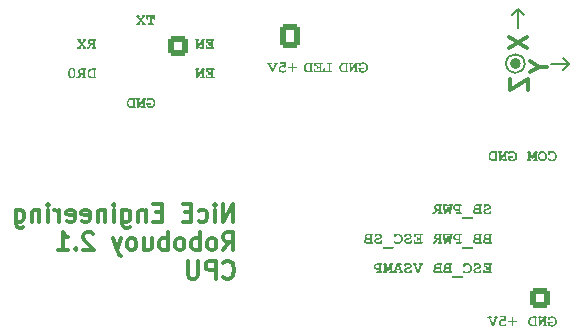
<source format=gbr>
%TF.GenerationSoftware,KiCad,Pcbnew,9.0.2*%
%TF.CreationDate,2025-06-17T18:03:46+02:00*%
%TF.ProjectId,Robobuoy-Sub-CPU-v2_1,526f626f-6275-46f7-992d-5375622d4350,2.0*%
%TF.SameCoordinates,Original*%
%TF.FileFunction,Legend,Bot*%
%TF.FilePolarity,Positive*%
%FSLAX46Y46*%
G04 Gerber Fmt 4.6, Leading zero omitted, Abs format (unit mm)*
G04 Created by KiCad (PCBNEW 9.0.2) date 2025-06-17 18:03:46*
%MOMM*%
%LPD*%
G01*
G04 APERTURE LIST*
G04 Aperture macros list*
%AMRoundRect*
0 Rectangle with rounded corners*
0 $1 Rounding radius*
0 $2 $3 $4 $5 $6 $7 $8 $9 X,Y pos of 4 corners*
0 Add a 4 corners polygon primitive as box body*
4,1,4,$2,$3,$4,$5,$6,$7,$8,$9,$2,$3,0*
0 Add four circle primitives for the rounded corners*
1,1,$1+$1,$2,$3*
1,1,$1+$1,$4,$5*
1,1,$1+$1,$6,$7*
1,1,$1+$1,$8,$9*
0 Add four rect primitives between the rounded corners*
20,1,$1+$1,$2,$3,$4,$5,0*
20,1,$1+$1,$4,$5,$6,$7,0*
20,1,$1+$1,$6,$7,$8,$9,0*
20,1,$1+$1,$8,$9,$2,$3,0*%
G04 Aperture macros list end*
%ADD10C,0.150000*%
%ADD11C,0.400000*%
%ADD12C,0.250000*%
%ADD13C,0.300000*%
%ADD14C,3.200000*%
%ADD15RoundRect,0.250000X-0.600000X0.600000X-0.600000X-0.600000X0.600000X-0.600000X0.600000X0.600000X0*%
%ADD16C,1.700000*%
%ADD17RoundRect,0.250000X0.600000X0.600000X-0.600000X0.600000X-0.600000X-0.600000X0.600000X-0.600000X0*%
%ADD18RoundRect,0.250000X-0.600000X-0.725000X0.600000X-0.725000X0.600000X0.725000X-0.600000X0.725000X0*%
%ADD19O,1.700000X1.950000*%
%ADD20R,1.700000X1.700000*%
%ADD21R,1.650000X1.650000*%
G04 APERTURE END LIST*
D10*
X19205600Y19532600D02*
X19713600Y19024600D01*
X19205600Y17957800D02*
X19205600Y19481800D01*
D11*
X19205600Y14909800D02*
G75*
G02*
X18697600Y14909800I-254000J0D01*
G01*
X18697600Y14909800D02*
G75*
G02*
X19205600Y14909800I254000J0D01*
G01*
D10*
X23523600Y14909800D02*
X23015600Y15417800D01*
X19205600Y19532600D02*
X18697600Y19024600D01*
X23523600Y14909800D02*
X23015600Y14401800D01*
X21999600Y14909800D02*
X23523600Y14909800D01*
X19743320Y14909800D02*
G75*
G02*
X18159880Y14909800I-791720J0D01*
G01*
X18159880Y14909800D02*
G75*
G02*
X19743320Y14909800I791720J0D01*
G01*
D12*
G36*
X5727398Y14424013D02*
G01*
X5727398Y14235641D01*
X5819940Y14190364D01*
X5888965Y14165421D01*
X5957261Y14151397D01*
X6032763Y14146553D01*
X6103682Y14150254D01*
X6169737Y14161074D01*
X6231516Y14178732D01*
X6297892Y14207878D01*
X6344600Y14241014D01*
X6382431Y14284934D01*
X6420804Y14352267D01*
X6439882Y14402380D01*
X6451583Y14456986D01*
X6455608Y14516886D01*
X6455608Y14618247D01*
X6450188Y14687050D01*
X6434233Y14751142D01*
X6407767Y14811468D01*
X6370245Y14868779D01*
X6320646Y14922845D01*
X6265574Y14964056D01*
X6204308Y14993565D01*
X6135656Y15011715D01*
X6058042Y15018012D01*
X6001560Y15015021D01*
X5949110Y15006288D01*
X5898699Y14991599D01*
X5851046Y14971117D01*
X5821970Y14992317D01*
X5796397Y14998472D01*
X5768370Y14993006D01*
X5746571Y14976979D01*
X5732965Y14950819D01*
X5727398Y14904194D01*
X5727398Y14812054D01*
X5733030Y14765405D01*
X5746877Y14738903D01*
X5769002Y14722625D01*
X5797069Y14717104D01*
X5820103Y14720955D01*
X5839445Y14732309D01*
X5850822Y14746646D01*
X5862342Y14778165D01*
X5873227Y14810370D01*
X5883164Y14826220D01*
X5906159Y14843702D01*
X5948438Y14861757D01*
X5996951Y14873275D01*
X6053218Y14877328D01*
X6107909Y14873292D01*
X6155818Y14861735D01*
X6198054Y14843134D01*
X6224743Y14823627D01*
X6251563Y14794906D01*
X6278654Y14754901D01*
X6299152Y14711736D01*
X6311400Y14666401D01*
X6315535Y14618186D01*
X6315535Y14517009D01*
X6310945Y14460960D01*
X6298122Y14414901D01*
X6277907Y14376936D01*
X6250322Y14345672D01*
X6216539Y14322050D01*
X6172466Y14303795D01*
X6115615Y14291698D01*
X6042960Y14287237D01*
X5979564Y14291393D01*
X5921304Y14303514D01*
X5867411Y14323324D01*
X5867411Y14424013D01*
X6010232Y14424013D01*
X6056138Y14429618D01*
X6082283Y14443430D01*
X6098289Y14465633D01*
X6103777Y14494355D01*
X6098287Y14523067D01*
X6082283Y14545219D01*
X6056132Y14559076D01*
X6010232Y14564697D01*
X5761531Y14564697D01*
X5715587Y14559072D01*
X5689480Y14545219D01*
X5673476Y14523067D01*
X5667986Y14494355D01*
X5671909Y14465074D01*
X5682702Y14443430D01*
X5700574Y14429146D01*
X5727398Y14424013D01*
G37*
G36*
X5416233Y14733957D02*
G01*
X5416233Y14310684D01*
X5365675Y14310684D01*
X5319730Y14305060D01*
X5293623Y14291206D01*
X5277571Y14269049D01*
X5272069Y14240342D01*
X5277569Y14211625D01*
X5293623Y14189418D01*
X5319724Y14175610D01*
X5365675Y14170000D01*
X5549406Y14170000D01*
X5595367Y14175607D01*
X5621519Y14189418D01*
X5637525Y14211620D01*
X5643012Y14240342D01*
X5637590Y14269080D01*
X5621824Y14291206D01*
X5596708Y14305237D01*
X5556245Y14310684D01*
X5556245Y14857788D01*
X5578105Y14857788D01*
X5624065Y14863395D01*
X5650218Y14877206D01*
X5666224Y14899408D01*
X5671711Y14928130D01*
X5666222Y14956842D01*
X5650218Y14978994D01*
X5624059Y14992850D01*
X5578105Y14998472D01*
X5416233Y14998472D01*
X5058295Y14436592D01*
X5058295Y14857788D01*
X5108792Y14857788D01*
X5154753Y14863395D01*
X5180905Y14877206D01*
X5196911Y14899408D01*
X5202398Y14928130D01*
X5196909Y14956842D01*
X5180905Y14978994D01*
X5154746Y14992850D01*
X5108792Y14998472D01*
X4925061Y14998472D01*
X4879116Y14992847D01*
X4853009Y14978994D01*
X4836957Y14956837D01*
X4831454Y14928130D01*
X4836875Y14899382D01*
X4852643Y14877206D01*
X4877672Y14863199D01*
X4917550Y14857788D01*
X4917550Y14170000D01*
X5056219Y14170000D01*
X5416233Y14733957D01*
G37*
G36*
X4754127Y14992850D02*
G01*
X4780286Y14978994D01*
X4796290Y14956842D01*
X4801779Y14928130D01*
X4796359Y14899382D01*
X4780591Y14877206D01*
X4755480Y14863221D01*
X4715012Y14857788D01*
X4715012Y14310684D01*
X4754943Y14305273D01*
X4780286Y14291206D01*
X4796290Y14269054D01*
X4801779Y14240342D01*
X4796292Y14211620D01*
X4780286Y14189418D01*
X4754133Y14175607D01*
X4708173Y14170000D01*
X4426744Y14170000D01*
X4354669Y14174052D01*
X4296482Y14185167D01*
X4249790Y14202118D01*
X4207210Y14226984D01*
X4157955Y14265927D01*
X4114477Y14314699D01*
X4079064Y14377973D01*
X4062699Y14424632D01*
X4052509Y14476808D01*
X4048961Y14535388D01*
X4048961Y14602310D01*
X4049202Y14606096D01*
X4188974Y14606096D01*
X4188974Y14539906D01*
X4192460Y14489077D01*
X4202094Y14447809D01*
X4217001Y14414365D01*
X4238224Y14384517D01*
X4265731Y14357973D01*
X4300348Y14334559D01*
X4329685Y14322305D01*
X4370481Y14313885D01*
X4426011Y14310684D01*
X4574938Y14310684D01*
X4574938Y14857788D01*
X4427355Y14857788D01*
X4378435Y14854256D01*
X4337585Y14844356D01*
X4303401Y14828785D01*
X4273655Y14806125D01*
X4243971Y14771567D01*
X4214253Y14722050D01*
X4195563Y14669370D01*
X4188974Y14606096D01*
X4049202Y14606096D01*
X4053419Y14672348D01*
X4065387Y14725958D01*
X4085377Y14775841D01*
X4114235Y14827746D01*
X4147577Y14875454D01*
X4176700Y14908347D01*
X4221198Y14942889D01*
X4281603Y14972521D01*
X4347783Y14991516D01*
X4415143Y14997801D01*
X4708173Y14998472D01*
X4754127Y14992850D01*
G37*
D13*
X20947642Y14655800D02*
X21661928Y14655800D01*
X20161928Y15155800D02*
X20947642Y14655800D01*
X20947642Y14655800D02*
X20161928Y14155800D01*
D12*
G36*
X21860572Y7459393D02*
G01*
X21846521Y7476968D01*
X21832240Y7488703D01*
X21816205Y7496045D01*
X21799084Y7498472D01*
X21770961Y7493099D01*
X21748892Y7477345D01*
X21735051Y7451553D01*
X21729413Y7405721D01*
X21729413Y7287080D01*
X21735035Y7241244D01*
X21748892Y7215151D01*
X21770992Y7199111D01*
X21799084Y7193657D01*
X21824947Y7197717D01*
X21844207Y7209106D01*
X21857998Y7228948D01*
X21869487Y7266991D01*
X21877030Y7292920D01*
X21888599Y7310711D01*
X21920895Y7337156D01*
X21966878Y7359132D01*
X22017494Y7372839D01*
X22067629Y7377328D01*
X22128318Y7370392D01*
X22183094Y7349973D01*
X22215680Y7328810D01*
X22246583Y7299598D01*
X22275968Y7261068D01*
X22297987Y7218405D01*
X22311547Y7170062D01*
X22316268Y7114767D01*
X22316268Y7023847D01*
X22311554Y6974705D01*
X22297840Y6930844D01*
X22275174Y6891158D01*
X22242812Y6854892D01*
X22204402Y6826394D01*
X22158639Y6805352D01*
X22104076Y6791997D01*
X22038869Y6787237D01*
X21964481Y6792995D01*
X21907039Y6808608D01*
X21876396Y6825739D01*
X21840116Y6857579D01*
X21805983Y6886155D01*
X21777896Y6892750D01*
X21751853Y6887521D01*
X21728742Y6871440D01*
X21712797Y6848108D01*
X21707554Y6821248D01*
X21713960Y6793029D01*
X21736252Y6759332D01*
X21783144Y6716882D01*
X21843475Y6683678D01*
X21903281Y6663321D01*
X21967927Y6650837D01*
X22038197Y6646553D01*
X22119812Y6652477D01*
X22194110Y6669715D01*
X22262290Y6697905D01*
X22312279Y6729727D01*
X22357948Y6772469D01*
X22399616Y6827598D01*
X22431187Y6888723D01*
X22449956Y6952828D01*
X22456280Y7021039D01*
X22456280Y7116171D01*
X22450570Y7187919D01*
X22433656Y7255715D01*
X22405416Y7320480D01*
X22366726Y7379342D01*
X22319904Y7427733D01*
X22264305Y7466660D01*
X22202548Y7495341D01*
X22139078Y7512327D01*
X22073002Y7518012D01*
X22013490Y7514303D01*
X21959307Y7503540D01*
X21908119Y7485253D01*
X21860572Y7459393D01*
G37*
G36*
X21308434Y7511657D02*
G01*
X21372441Y7492750D01*
X21433824Y7460847D01*
X21493414Y7414636D01*
X21543520Y7360210D01*
X21582062Y7300620D01*
X21609795Y7235131D01*
X21626856Y7162675D01*
X21632754Y7081916D01*
X21626848Y7001139D01*
X21609774Y6928761D01*
X21582035Y6863429D01*
X21543500Y6804066D01*
X21493414Y6749929D01*
X21433824Y6703718D01*
X21372441Y6671815D01*
X21308434Y6652908D01*
X21240683Y6646553D01*
X21180274Y6651456D01*
X21123368Y6665966D01*
X21069151Y6690189D01*
X21016974Y6724761D01*
X20966399Y6770812D01*
X20923944Y6822713D01*
X20891123Y6879028D01*
X20867452Y6940393D01*
X20852898Y7007672D01*
X20847880Y7081916D01*
X20987892Y7081916D01*
X20993026Y7018940D01*
X21007790Y6963575D01*
X21031740Y6914479D01*
X21065134Y6870646D01*
X21106654Y6832946D01*
X21149269Y6807310D01*
X21193628Y6792271D01*
X21240683Y6787237D01*
X21287336Y6792274D01*
X21331451Y6807342D01*
X21373977Y6833083D01*
X21415561Y6871012D01*
X21448971Y6915027D01*
X21472899Y6964142D01*
X21487627Y7019336D01*
X21492742Y7081916D01*
X21487631Y7144524D01*
X21472907Y7199794D01*
X21448978Y7249024D01*
X21415561Y7293186D01*
X21373955Y7331298D01*
X21331423Y7357148D01*
X21287317Y7372274D01*
X21240683Y7377328D01*
X21193647Y7372275D01*
X21149298Y7357180D01*
X21106676Y7331434D01*
X21065134Y7293552D01*
X21031728Y7249541D01*
X21007778Y7200319D01*
X20993021Y7144886D01*
X20987892Y7081916D01*
X20847880Y7081916D01*
X20852906Y7156487D01*
X20867476Y7223993D01*
X20891158Y7285495D01*
X20923974Y7341866D01*
X20966399Y7393753D01*
X21016974Y7439804D01*
X21069151Y7474376D01*
X21123368Y7498599D01*
X21180274Y7513109D01*
X21240683Y7518012D01*
X21308434Y7511657D01*
G37*
G36*
X20620734Y7227607D02*
G01*
X20620734Y6810684D01*
X20570176Y6810684D01*
X20524231Y6805060D01*
X20498124Y6791206D01*
X20482072Y6769049D01*
X20476570Y6740342D01*
X20482070Y6711625D01*
X20498124Y6689418D01*
X20524225Y6675610D01*
X20570176Y6670000D01*
X20753907Y6670000D01*
X20799858Y6675610D01*
X20825959Y6689418D01*
X20842013Y6711625D01*
X20847513Y6740342D01*
X20842091Y6769080D01*
X20826325Y6791206D01*
X20801209Y6805237D01*
X20760746Y6810684D01*
X20760746Y7357788D01*
X20794244Y7363050D01*
X20816434Y7377206D01*
X20830355Y7399184D01*
X20835240Y7428130D01*
X20829751Y7456842D01*
X20813747Y7478994D01*
X20787588Y7492850D01*
X20741634Y7498472D01*
X20587944Y7498472D01*
X20397374Y7076421D01*
X20210162Y7498472D01*
X20055129Y7498472D01*
X20009184Y7492847D01*
X19983077Y7478994D01*
X19967025Y7456837D01*
X19961523Y7428130D01*
X19966478Y7399210D01*
X19980635Y7377206D01*
X20002991Y7363013D01*
X20035956Y7357788D01*
X20035956Y6810684D01*
X19995503Y6805234D01*
X19970437Y6791206D01*
X19954671Y6769080D01*
X19949249Y6740342D01*
X19954737Y6711620D01*
X19970743Y6689418D01*
X19996844Y6675610D01*
X20042794Y6670000D01*
X20227259Y6670000D01*
X20272617Y6675590D01*
X20298639Y6689418D01*
X20314645Y6711620D01*
X20320132Y6740342D01*
X20314643Y6769054D01*
X20298639Y6791206D01*
X20272610Y6805079D01*
X20227259Y6810684D01*
X20176029Y6810684D01*
X20176029Y7227607D01*
X20336557Y6866738D01*
X20458129Y6866738D01*
X20620734Y7227607D01*
G37*
G36*
X18370525Y6924013D02*
G01*
X18370525Y6735641D01*
X18463066Y6690364D01*
X18532091Y6665421D01*
X18600387Y6651397D01*
X18675889Y6646553D01*
X18746808Y6650254D01*
X18812863Y6661074D01*
X18874642Y6678732D01*
X18941018Y6707878D01*
X18987726Y6741014D01*
X19025557Y6784934D01*
X19063930Y6852267D01*
X19083008Y6902380D01*
X19094710Y6956986D01*
X19098735Y7016886D01*
X19098735Y7118247D01*
X19093315Y7187050D01*
X19077359Y7251142D01*
X19050893Y7311468D01*
X19013372Y7368779D01*
X18963773Y7422845D01*
X18908701Y7464056D01*
X18847434Y7493565D01*
X18778782Y7511715D01*
X18701168Y7518012D01*
X18644686Y7515021D01*
X18592236Y7506288D01*
X18541826Y7491599D01*
X18494173Y7471117D01*
X18465097Y7492317D01*
X18439523Y7498472D01*
X18411496Y7493006D01*
X18389698Y7476979D01*
X18376092Y7450819D01*
X18370525Y7404194D01*
X18370525Y7312054D01*
X18376156Y7265405D01*
X18390003Y7238903D01*
X18412128Y7222625D01*
X18440195Y7217104D01*
X18463230Y7220955D01*
X18482571Y7232309D01*
X18493948Y7246646D01*
X18505469Y7278165D01*
X18516353Y7310370D01*
X18526290Y7326220D01*
X18549286Y7343702D01*
X18591564Y7361757D01*
X18640077Y7373275D01*
X18696345Y7377328D01*
X18751035Y7373292D01*
X18798944Y7361735D01*
X18841181Y7343134D01*
X18867869Y7323627D01*
X18894689Y7294906D01*
X18921781Y7254901D01*
X18942278Y7211736D01*
X18954526Y7166401D01*
X18958661Y7118186D01*
X18958661Y7017009D01*
X18954071Y6960960D01*
X18941248Y6914901D01*
X18921033Y6876936D01*
X18893449Y6845672D01*
X18859665Y6822050D01*
X18815592Y6803795D01*
X18758741Y6791698D01*
X18686086Y6787237D01*
X18622690Y6791393D01*
X18564430Y6803514D01*
X18510537Y6823324D01*
X18510537Y6924013D01*
X18653358Y6924013D01*
X18699264Y6929618D01*
X18725409Y6943430D01*
X18741416Y6965633D01*
X18746903Y6994355D01*
X18741414Y7023067D01*
X18725409Y7045219D01*
X18699258Y7059076D01*
X18653358Y7064697D01*
X18404658Y7064697D01*
X18358713Y7059072D01*
X18332606Y7045219D01*
X18316602Y7023067D01*
X18311113Y6994355D01*
X18315035Y6965074D01*
X18325828Y6943430D01*
X18343700Y6929146D01*
X18370525Y6924013D01*
G37*
G36*
X18059359Y7233957D02*
G01*
X18059359Y6810684D01*
X18008801Y6810684D01*
X17962857Y6805060D01*
X17936749Y6791206D01*
X17920698Y6769049D01*
X17915195Y6740342D01*
X17920696Y6711625D01*
X17936749Y6689418D01*
X17962850Y6675610D01*
X18008801Y6670000D01*
X18192533Y6670000D01*
X18238493Y6675607D01*
X18264645Y6689418D01*
X18280651Y6711620D01*
X18286139Y6740342D01*
X18280717Y6769080D01*
X18264951Y6791206D01*
X18239834Y6805237D01*
X18199371Y6810684D01*
X18199371Y7357788D01*
X18221231Y7357788D01*
X18267192Y7363395D01*
X18293344Y7377206D01*
X18309350Y7399408D01*
X18314837Y7428130D01*
X18309348Y7456842D01*
X18293344Y7478994D01*
X18267185Y7492850D01*
X18221231Y7498472D01*
X18059359Y7498472D01*
X17701421Y6936592D01*
X17701421Y7357788D01*
X17751919Y7357788D01*
X17797879Y7363395D01*
X17824031Y7377206D01*
X17840037Y7399408D01*
X17845525Y7428130D01*
X17840035Y7456842D01*
X17824031Y7478994D01*
X17797873Y7492850D01*
X17751919Y7498472D01*
X17568187Y7498472D01*
X17522243Y7492847D01*
X17496135Y7478994D01*
X17480084Y7456837D01*
X17474581Y7428130D01*
X17480001Y7399382D01*
X17495769Y7377206D01*
X17520798Y7363199D01*
X17560676Y7357788D01*
X17560676Y6670000D01*
X17699345Y6670000D01*
X18059359Y7233957D01*
G37*
G36*
X17397253Y7492850D02*
G01*
X17423412Y7478994D01*
X17439416Y7456842D01*
X17444905Y7428130D01*
X17439485Y7399382D01*
X17423717Y7377206D01*
X17398607Y7363221D01*
X17358138Y7357788D01*
X17358138Y6810684D01*
X17398069Y6805273D01*
X17423412Y6791206D01*
X17439416Y6769054D01*
X17444905Y6740342D01*
X17439418Y6711620D01*
X17423412Y6689418D01*
X17397260Y6675607D01*
X17351299Y6670000D01*
X17069870Y6670000D01*
X16997796Y6674052D01*
X16939609Y6685167D01*
X16892916Y6702118D01*
X16850337Y6726984D01*
X16801081Y6765927D01*
X16757604Y6814699D01*
X16722191Y6877973D01*
X16705825Y6924632D01*
X16695635Y6976808D01*
X16692088Y7035388D01*
X16692088Y7102310D01*
X16692329Y7106096D01*
X16832100Y7106096D01*
X16832100Y7039906D01*
X16835586Y6989077D01*
X16845221Y6947809D01*
X16860127Y6914365D01*
X16881350Y6884517D01*
X16908858Y6857973D01*
X16943475Y6834559D01*
X16972811Y6822305D01*
X17013607Y6813885D01*
X17069138Y6810684D01*
X17218065Y6810684D01*
X17218065Y7357788D01*
X17070481Y7357788D01*
X17021561Y7354256D01*
X16980711Y7344356D01*
X16946528Y7328785D01*
X16916781Y7306125D01*
X16887097Y7271567D01*
X16857379Y7222050D01*
X16838689Y7169370D01*
X16832100Y7106096D01*
X16692329Y7106096D01*
X16696545Y7172348D01*
X16708513Y7225958D01*
X16728504Y7275841D01*
X16757362Y7327746D01*
X16790703Y7375454D01*
X16819827Y7408347D01*
X16864325Y7442889D01*
X16924729Y7472521D01*
X16990909Y7491516D01*
X17058269Y7497801D01*
X17351299Y7498472D01*
X17397253Y7492850D01*
G37*
G36*
X3138642Y14857788D02*
G01*
X3138642Y14310684D01*
X2836697Y14310684D01*
X2836697Y14443552D01*
X2831067Y14489658D01*
X2817219Y14515787D01*
X2795020Y14531844D01*
X2766355Y14537342D01*
X2738216Y14531872D01*
X2716102Y14515787D01*
X2702254Y14489658D01*
X2696624Y14443552D01*
X2696624Y14170000D01*
X3359987Y14170000D01*
X3405894Y14175605D01*
X3432039Y14189418D01*
X3448045Y14211620D01*
X3453532Y14240342D01*
X3448043Y14269054D01*
X3432039Y14291206D01*
X3405887Y14305064D01*
X3359987Y14310684D01*
X3278654Y14310684D01*
X3278654Y14857788D01*
X3359987Y14857788D01*
X3405894Y14863393D01*
X3432039Y14877206D01*
X3448045Y14899408D01*
X3453532Y14928130D01*
X3448043Y14956842D01*
X3432039Y14978994D01*
X3405887Y14992852D01*
X3359987Y14998472D01*
X3056638Y14998472D01*
X3010693Y14992847D01*
X2984586Y14978994D01*
X2968582Y14956842D01*
X2963093Y14928130D01*
X2968580Y14899408D01*
X2984586Y14877206D01*
X3010687Y14863397D01*
X3056638Y14857788D01*
X3138642Y14857788D01*
G37*
G36*
X2384787Y14513894D02*
G01*
X2384787Y14310684D01*
X2027520Y14310684D01*
X2027520Y14384934D01*
X2021890Y14431040D01*
X2008042Y14457169D01*
X1985843Y14473226D01*
X1957178Y14478723D01*
X1929050Y14473251D01*
X1906987Y14457169D01*
X1893138Y14431040D01*
X1887508Y14384934D01*
X1887508Y14170000D01*
X2546720Y14170000D01*
X2592670Y14175610D01*
X2618771Y14189418D01*
X2634777Y14211620D01*
X2640265Y14240342D01*
X2634695Y14269023D01*
X2618405Y14291206D01*
X2592076Y14305095D01*
X2546720Y14310684D01*
X2524860Y14310684D01*
X2524860Y14857788D01*
X2546720Y14857788D01*
X2592670Y14863397D01*
X2618771Y14877206D01*
X2634777Y14899408D01*
X2640265Y14928130D01*
X2634775Y14956842D01*
X2618771Y14978994D01*
X2592664Y14992847D01*
X2546720Y14998472D01*
X1918222Y14997801D01*
X1918222Y14783539D01*
X1923771Y14737390D01*
X1937395Y14711243D01*
X1959287Y14695246D01*
X1987892Y14689749D01*
X2016615Y14695237D01*
X2038817Y14711243D01*
X2052667Y14737423D01*
X2058295Y14783539D01*
X2058295Y14857788D01*
X2384787Y14857788D01*
X2384787Y14654578D01*
X2261810Y14654578D01*
X2258461Y14700485D01*
X2251552Y14719058D01*
X2235574Y14735278D01*
X2215941Y14744966D01*
X2191468Y14748368D01*
X2163382Y14742900D01*
X2141277Y14726813D01*
X2127428Y14700684D01*
X2121798Y14654578D01*
X2121798Y14513894D01*
X2125337Y14467992D01*
X2132728Y14448987D01*
X2149058Y14432878D01*
X2168310Y14423387D01*
X2191468Y14420105D01*
X2215941Y14423506D01*
X2235574Y14433194D01*
X2251552Y14449414D01*
X2258461Y14467988D01*
X2261810Y14513894D01*
X2384787Y14513894D01*
G37*
G36*
X1754127Y14992850D02*
G01*
X1780286Y14978994D01*
X1796290Y14956842D01*
X1801779Y14928130D01*
X1796359Y14899382D01*
X1780591Y14877206D01*
X1755480Y14863221D01*
X1715012Y14857788D01*
X1715012Y14310684D01*
X1754943Y14305273D01*
X1780286Y14291206D01*
X1796290Y14269054D01*
X1801779Y14240342D01*
X1796292Y14211620D01*
X1780286Y14189418D01*
X1754133Y14175607D01*
X1708173Y14170000D01*
X1426744Y14170000D01*
X1354669Y14174052D01*
X1296482Y14185167D01*
X1249790Y14202118D01*
X1207210Y14226984D01*
X1157955Y14265927D01*
X1114477Y14314699D01*
X1079064Y14377973D01*
X1062699Y14424632D01*
X1052509Y14476808D01*
X1048961Y14535388D01*
X1048961Y14602310D01*
X1049202Y14606096D01*
X1188974Y14606096D01*
X1188974Y14539906D01*
X1192460Y14489077D01*
X1202094Y14447809D01*
X1217001Y14414365D01*
X1238224Y14384517D01*
X1265731Y14357973D01*
X1300348Y14334559D01*
X1329685Y14322305D01*
X1370481Y14313885D01*
X1426011Y14310684D01*
X1574938Y14310684D01*
X1574938Y14857788D01*
X1427355Y14857788D01*
X1378435Y14854256D01*
X1337585Y14844356D01*
X1303401Y14828785D01*
X1273655Y14806125D01*
X1243971Y14771567D01*
X1214253Y14722050D01*
X1195563Y14669370D01*
X1188974Y14606096D01*
X1049202Y14606096D01*
X1053419Y14672348D01*
X1065387Y14725958D01*
X1085377Y14775841D01*
X1114235Y14827746D01*
X1147577Y14875454D01*
X1176700Y14908347D01*
X1221198Y14942889D01*
X1281603Y14972521D01*
X1347783Y14991516D01*
X1415143Y14997801D01*
X1708173Y14998472D01*
X1754127Y14992850D01*
G37*
G36*
X-11987753Y18857788D02*
G01*
X-11987753Y18310684D01*
X-12082031Y18310684D01*
X-12127975Y18305060D01*
X-12154083Y18291206D01*
X-12170087Y18269054D01*
X-12175576Y18240342D01*
X-12170089Y18211620D01*
X-12154083Y18189418D01*
X-12127982Y18175610D01*
X-12082031Y18170000D01*
X-11754135Y18170000D01*
X-11708175Y18175607D01*
X-11682022Y18189418D01*
X-11666016Y18211620D01*
X-11660529Y18240342D01*
X-11666018Y18269054D01*
X-11682022Y18291206D01*
X-11708181Y18305062D01*
X-11754135Y18310684D01*
X-11847680Y18310684D01*
X-11847680Y18857788D01*
X-11696066Y18857788D01*
X-11696066Y18724920D01*
X-11690439Y18678805D01*
X-11676588Y18652624D01*
X-11654394Y18636616D01*
X-11625725Y18631131D01*
X-11597580Y18636588D01*
X-11575472Y18652624D01*
X-11561621Y18678805D01*
X-11555993Y18724920D01*
X-11555993Y18998472D01*
X-12281517Y18998472D01*
X-12281517Y18724920D01*
X-12275889Y18678805D01*
X-12262038Y18652624D01*
X-12239836Y18636618D01*
X-12211114Y18631131D01*
X-12183022Y18636585D01*
X-12160922Y18652624D01*
X-12147071Y18678805D01*
X-12141443Y18724920D01*
X-12141443Y18857788D01*
X-11987753Y18857788D01*
G37*
G36*
X-12851030Y18591930D02*
G01*
X-13084526Y18310684D01*
X-13122517Y18305314D01*
X-13146991Y18291206D01*
X-13162472Y18269110D01*
X-13167813Y18240342D01*
X-13162326Y18211620D01*
X-13146319Y18189418D01*
X-13120219Y18175610D01*
X-13074268Y18170000D01*
X-12916426Y18170000D01*
X-12871112Y18175586D01*
X-12845046Y18189418D01*
X-12829040Y18211620D01*
X-12823552Y18240342D01*
X-12828662Y18269197D01*
X-12843336Y18291206D01*
X-12866743Y18305347D01*
X-12902809Y18310684D01*
X-12760660Y18481899D01*
X-12619976Y18310684D01*
X-12655445Y18305369D01*
X-12678716Y18291206D01*
X-12693438Y18269192D01*
X-12698561Y18240342D01*
X-12693061Y18211625D01*
X-12677007Y18189418D01*
X-12650906Y18175610D01*
X-12604955Y18170000D01*
X-12447846Y18170000D01*
X-12401885Y18175607D01*
X-12375733Y18189418D01*
X-12359727Y18211620D01*
X-12354240Y18240342D01*
X-12359662Y18269080D01*
X-12375428Y18291206D01*
X-12400125Y18305351D01*
X-12437588Y18310684D01*
X-12669313Y18591869D01*
X-12448518Y18857788D01*
X-12411219Y18863146D01*
X-12387396Y18877206D01*
X-12372435Y18899296D01*
X-12367246Y18928130D01*
X-12372735Y18956842D01*
X-12388739Y18978994D01*
X-12414891Y18992852D01*
X-12460791Y18998472D01*
X-12589934Y18998472D01*
X-12635878Y18992847D01*
X-12661986Y18978994D01*
X-12678038Y18956837D01*
X-12683540Y18928130D01*
X-12680015Y18898072D01*
X-12669863Y18872504D01*
X-12657071Y18862089D01*
X-12630234Y18857788D01*
X-12759805Y18701717D01*
X-12888460Y18857788D01*
X-12861582Y18862094D01*
X-12848832Y18872504D01*
X-12838680Y18898072D01*
X-12835154Y18928130D01*
X-12840643Y18956842D01*
X-12856647Y18978994D01*
X-12882806Y18992850D01*
X-12928760Y18998472D01*
X-13057171Y18998472D01*
X-13103115Y18992847D01*
X-13129222Y18978994D01*
X-13145274Y18956837D01*
X-13150777Y18928130D01*
X-13145424Y18899357D01*
X-13129894Y18877206D01*
X-13105677Y18863074D01*
X-13069444Y18857788D01*
X-12851030Y18591930D01*
G37*
D13*
X19947871Y16187801D02*
X18447871Y17187801D01*
X19947871Y17187801D02*
X18447871Y16187801D01*
D12*
G36*
X16933907Y492850D02*
G01*
X16960066Y478994D01*
X16976070Y456842D01*
X16981559Y428130D01*
X16976072Y399408D01*
X16960066Y377206D01*
X16933914Y363395D01*
X16887953Y357788D01*
X16866093Y357788D01*
X16866093Y-189316D01*
X16887953Y-189316D01*
X16933363Y-194907D01*
X16959699Y-208794D01*
X16975990Y-230977D01*
X16981559Y-259658D01*
X16976072Y-288380D01*
X16960066Y-310582D01*
X16933914Y-324393D01*
X16887953Y-330000D01*
X16476709Y-330000D01*
X16404384Y-325062D01*
X16350375Y-311926D01*
X16302820Y-290635D01*
X16265012Y-265092D01*
X16241526Y-241570D01*
X16221292Y-209771D01*
X16203384Y-162295D01*
X16197356Y-110730D01*
X16197435Y-109815D01*
X16337369Y-109815D01*
X16344164Y-141362D01*
X16363991Y-164159D01*
X16388836Y-176769D01*
X16427239Y-185770D01*
X16484220Y-189316D01*
X16726081Y-189316D01*
X16726081Y13894D01*
X16540945Y13894D01*
X16476454Y8680D01*
X16427261Y-5415D01*
X16390003Y-26894D01*
X16358681Y-56740D01*
X16342376Y-83952D01*
X16337369Y-109815D01*
X16197435Y-109815D01*
X16201147Y-67038D01*
X16212221Y-27327D01*
X16230512Y9193D01*
X16255275Y41918D01*
X16287986Y72748D01*
X16329858Y101761D01*
X16297854Y137996D01*
X16275881Y176194D01*
X16262595Y217655D01*
X16258112Y262228D01*
X16258469Y265709D01*
X16398185Y265709D01*
X16402195Y239768D01*
X16414136Y216906D01*
X16435066Y196161D01*
X16473442Y173571D01*
X16518659Y159532D01*
X16572391Y154578D01*
X16726081Y154578D01*
X16726081Y357788D01*
X16543693Y357788D01*
X16493616Y354073D01*
X16457926Y344357D01*
X16433051Y330128D01*
X16413049Y309860D01*
X16401863Y288654D01*
X16398185Y265709D01*
X16258469Y265709D01*
X16262861Y308575D01*
X16276872Y351139D01*
X16300427Y390897D01*
X16334621Y428497D01*
X16374692Y458362D01*
X16420922Y480096D01*
X16474474Y493688D01*
X16536854Y498472D01*
X16887953Y498472D01*
X16933907Y492850D01*
G37*
G36*
X16094689Y492850D02*
G01*
X16120847Y478994D01*
X16136851Y456842D01*
X16142341Y428130D01*
X16136853Y399408D01*
X16120847Y377206D01*
X16094695Y363395D01*
X16048735Y357788D01*
X16026875Y357788D01*
X16026875Y-189316D01*
X16048735Y-189316D01*
X16094144Y-194907D01*
X16120481Y-208794D01*
X16136771Y-230977D01*
X16142341Y-259658D01*
X16136853Y-288380D01*
X16120847Y-310582D01*
X16094695Y-324393D01*
X16048735Y-330000D01*
X15637491Y-330000D01*
X15565166Y-325062D01*
X15511156Y-311926D01*
X15463602Y-290635D01*
X15425793Y-265092D01*
X15402307Y-241570D01*
X15382074Y-209771D01*
X15364166Y-162295D01*
X15358138Y-110730D01*
X15358217Y-109815D01*
X15498150Y-109815D01*
X15504946Y-141362D01*
X15524773Y-164159D01*
X15549618Y-176769D01*
X15588021Y-185770D01*
X15645001Y-189316D01*
X15886863Y-189316D01*
X15886863Y13894D01*
X15701727Y13894D01*
X15637235Y8680D01*
X15588043Y-5415D01*
X15550785Y-26894D01*
X15519462Y-56740D01*
X15503158Y-83952D01*
X15498150Y-109815D01*
X15358217Y-109815D01*
X15361929Y-67038D01*
X15373002Y-27327D01*
X15391294Y9193D01*
X15416056Y41918D01*
X15448768Y72748D01*
X15490640Y101761D01*
X15458635Y137996D01*
X15436662Y176194D01*
X15423376Y217655D01*
X15418893Y262228D01*
X15419250Y265709D01*
X15558967Y265709D01*
X15562976Y239768D01*
X15574917Y216906D01*
X15595847Y196161D01*
X15634223Y173571D01*
X15679441Y159532D01*
X15733173Y154578D01*
X15886863Y154578D01*
X15886863Y357788D01*
X15704474Y357788D01*
X15654398Y354073D01*
X15618707Y344357D01*
X15593832Y330128D01*
X15573831Y309860D01*
X15562645Y288654D01*
X15558967Y265709D01*
X15419250Y265709D01*
X15423642Y308575D01*
X15437654Y351139D01*
X15461208Y390897D01*
X15495403Y428497D01*
X15535473Y458362D01*
X15581704Y480096D01*
X15635255Y493688D01*
X15697636Y498472D01*
X16048735Y498472D01*
X16094689Y492850D01*
G37*
G36*
X14514096Y-752051D02*
G01*
X15283278Y-752051D01*
X15329248Y-746489D01*
X15355329Y-732817D01*
X15371367Y-710844D01*
X15376884Y-682076D01*
X15371382Y-653231D01*
X15355329Y-630907D01*
X15329215Y-617008D01*
X15283278Y-611367D01*
X14514096Y-611367D01*
X14468805Y-616986D01*
X14442777Y-630907D01*
X14426725Y-653231D01*
X14421222Y-682076D01*
X14426613Y-710308D01*
X14442411Y-732451D01*
X14468267Y-746385D01*
X14514096Y-752051D01*
G37*
G36*
X14351344Y492850D02*
G01*
X14377503Y478994D01*
X14393507Y456842D01*
X14398996Y428130D01*
X14393509Y399408D01*
X14377503Y377206D01*
X14351351Y363395D01*
X14305390Y357788D01*
X14283531Y357788D01*
X14283531Y-189316D01*
X14305390Y-189316D01*
X14350800Y-194907D01*
X14377137Y-208794D01*
X14393427Y-230977D01*
X14398996Y-259658D01*
X14393509Y-288380D01*
X14377503Y-310582D01*
X14351351Y-324393D01*
X14305390Y-330000D01*
X14002102Y-330000D01*
X13956151Y-324390D01*
X13930050Y-310582D01*
X13913996Y-288375D01*
X13908496Y-259658D01*
X13913998Y-230951D01*
X13930050Y-208794D01*
X13956157Y-194940D01*
X14002102Y-189316D01*
X14143518Y-189316D01*
X14143518Y-44724D01*
X14011017Y-44724D01*
X13930741Y-39117D01*
X13874729Y-24635D01*
X13824526Y-102D01*
X13773613Y35388D01*
X13729702Y77265D01*
X13702904Y116232D01*
X13681884Y172575D01*
X13674877Y232309D01*
X13675205Y235667D01*
X13814951Y235667D01*
X13820672Y199779D01*
X13837926Y167316D01*
X13868562Y136993D01*
X13906387Y115091D01*
X13953929Y101051D01*
X14013703Y95960D01*
X14143518Y95960D01*
X14143518Y357788D01*
X13982318Y357788D01*
X13929741Y353163D01*
X13889321Y340574D01*
X13858365Y321152D01*
X13833602Y294456D01*
X13819590Y266300D01*
X13814951Y235667D01*
X13675205Y235667D01*
X13680137Y286163D01*
X13695528Y334855D01*
X13721137Y379535D01*
X13757920Y420986D01*
X13801427Y453881D01*
X13852411Y477955D01*
X13912311Y493108D01*
X13982990Y498472D01*
X14305390Y498472D01*
X14351344Y492850D01*
G37*
G36*
X13223028Y69460D02*
G01*
X13352782Y-330000D01*
X13509891Y-330000D01*
X13593239Y357788D01*
X13622274Y362725D01*
X13641782Y376229D01*
X13653795Y397188D01*
X13658147Y426176D01*
X13652690Y455060D01*
X13636653Y478017D01*
X13610389Y492601D01*
X13564541Y498472D01*
X13378061Y498472D01*
X13332117Y492847D01*
X13306010Y478994D01*
X13290006Y456842D01*
X13284516Y428130D01*
X13290004Y399408D01*
X13306010Y377206D01*
X13332110Y363397D01*
X13378061Y357788D01*
X13451151Y357788D01*
X13404745Y-32145D01*
X13294713Y295262D01*
X13149206Y295262D01*
X13039907Y-32145D01*
X12993501Y357788D01*
X13066591Y357788D01*
X13112541Y363397D01*
X13138642Y377206D01*
X13154648Y399408D01*
X13160136Y428130D01*
X13154646Y456842D01*
X13138642Y478994D01*
X13112535Y492847D01*
X13066591Y498472D01*
X12880783Y498472D01*
X12834839Y492847D01*
X12808731Y478994D01*
X12792679Y456837D01*
X12787177Y428130D01*
X12791667Y399044D01*
X12804274Y377206D01*
X12824376Y362926D01*
X12853428Y357788D01*
X12934028Y-330000D01*
X13088450Y-330000D01*
X13223028Y69460D01*
G37*
G36*
X12736472Y492850D02*
G01*
X12762630Y478994D01*
X12778634Y456842D01*
X12784124Y428130D01*
X12778636Y399408D01*
X12762630Y377206D01*
X12736478Y363395D01*
X12690518Y357788D01*
X12668658Y357788D01*
X12668658Y-189316D01*
X12690518Y-189316D01*
X12735927Y-194907D01*
X12762264Y-208794D01*
X12778554Y-230977D01*
X12784124Y-259658D01*
X12778636Y-288380D01*
X12762630Y-310582D01*
X12736478Y-324393D01*
X12690518Y-330000D01*
X12478087Y-330000D01*
X12432137Y-324390D01*
X12406036Y-310582D01*
X12389982Y-288375D01*
X12384481Y-259658D01*
X12389984Y-230951D01*
X12406036Y-208794D01*
X12432143Y-194940D01*
X12478087Y-189316D01*
X12528585Y-189316D01*
X12528585Y-13461D01*
X12389916Y-13461D01*
X12341405Y-44243D01*
X12280382Y-100697D01*
X12203649Y-192238D01*
X12107815Y-330000D01*
X12027887Y-330000D01*
X11981985Y-324379D01*
X11956140Y-310582D01*
X11940372Y-288406D01*
X11934952Y-259658D01*
X11942158Y-230583D01*
X11965727Y-202566D01*
X11987754Y-193475D01*
X12036069Y-189316D01*
X12120821Y-67805D01*
X12171659Y-10608D01*
X12215771Y31846D01*
X12166421Y62541D01*
X12128517Y94312D01*
X12100305Y127162D01*
X12078963Y164396D01*
X12066297Y203850D01*
X12062020Y246353D01*
X12062489Y250993D01*
X12202093Y250993D01*
X12207250Y225294D01*
X12224319Y197260D01*
X12253207Y173084D01*
X12310720Y145602D01*
X12360607Y132017D01*
X12419286Y127223D01*
X12528585Y127223D01*
X12528585Y357788D01*
X12368056Y357788D01*
X12314774Y353453D01*
X12274558Y341788D01*
X12244469Y324083D01*
X12219735Y299480D01*
X12206355Y275429D01*
X12202093Y250993D01*
X12062489Y250993D01*
X12067150Y297106D01*
X12082201Y343122D01*
X12107348Y385512D01*
X12143658Y425016D01*
X12186204Y455770D01*
X12237464Y478638D01*
X12299183Y493243D01*
X12373551Y498472D01*
X12690518Y498472D01*
X12736472Y492850D01*
G37*
G36*
X10849476Y13894D02*
G01*
X10849476Y-189316D01*
X10492210Y-189316D01*
X10492210Y-115066D01*
X10486580Y-68960D01*
X10472732Y-42831D01*
X10450533Y-26774D01*
X10421868Y-21277D01*
X10393739Y-26749D01*
X10371676Y-42831D01*
X10357828Y-68960D01*
X10352198Y-115066D01*
X10352198Y-330000D01*
X11011409Y-330000D01*
X11057360Y-324390D01*
X11083461Y-310582D01*
X11099467Y-288380D01*
X11104954Y-259658D01*
X11099385Y-230977D01*
X11083094Y-208794D01*
X11056765Y-194905D01*
X11011409Y-189316D01*
X10989549Y-189316D01*
X10989549Y357788D01*
X11011409Y357788D01*
X11057360Y363397D01*
X11083461Y377206D01*
X11099467Y399408D01*
X11104954Y428130D01*
X11099465Y456842D01*
X11083461Y478994D01*
X11057353Y492847D01*
X11011409Y498472D01*
X10382911Y497801D01*
X10382911Y283539D01*
X10388460Y237390D01*
X10402084Y211243D01*
X10423977Y195246D01*
X10452581Y189749D01*
X10481304Y195237D01*
X10503506Y211243D01*
X10517357Y237423D01*
X10522984Y283539D01*
X10522984Y357788D01*
X10849476Y357788D01*
X10849476Y154578D01*
X10726500Y154578D01*
X10723150Y200485D01*
X10716242Y219058D01*
X10700263Y235278D01*
X10680631Y244966D01*
X10656158Y248368D01*
X10628071Y242900D01*
X10605966Y226813D01*
X10592118Y200684D01*
X10586488Y154578D01*
X10586488Y13894D01*
X10590026Y-32008D01*
X10597418Y-51013D01*
X10613748Y-67122D01*
X10633000Y-76613D01*
X10656158Y-79895D01*
X10680631Y-76494D01*
X10700263Y-66806D01*
X10716242Y-50586D01*
X10723150Y-32012D01*
X10726500Y13894D01*
X10849476Y13894D01*
G37*
G36*
X10071074Y-294829D02*
G01*
X10100811Y-323710D01*
X10128471Y-330000D01*
X10157715Y-324471D01*
X10180006Y-308445D01*
X10193878Y-282351D01*
X10199485Y-236882D01*
X10199485Y-142421D01*
X10193859Y-96359D01*
X10180006Y-70186D01*
X10157706Y-54163D01*
X10128410Y-48632D01*
X10105442Y-52034D01*
X10087133Y-61760D01*
X10073067Y-78072D01*
X10061549Y-105540D01*
X10051517Y-133377D01*
X10043047Y-147245D01*
X10018492Y-166961D01*
X9972705Y-190720D01*
X9920337Y-207135D01*
X9862002Y-212763D01*
X9801007Y-207473D01*
X9750449Y-192613D01*
X9708312Y-168982D01*
X9686392Y-149020D01*
X9674144Y-127445D01*
X9670088Y-103342D01*
X9674554Y-78542D01*
X9688529Y-54494D01*
X9711176Y-34543D01*
X9748613Y-16514D01*
X9784421Y-6347D01*
X9870917Y11513D01*
X9978042Y36855D01*
X10044391Y62804D01*
X10081034Y85773D01*
X10111830Y113936D01*
X10137325Y147678D01*
X10156363Y185376D01*
X10167661Y224644D01*
X10171458Y266136D01*
X10166326Y314344D01*
X10151087Y359165D01*
X10125255Y401612D01*
X10087438Y442357D01*
X10043473Y474745D01*
X9993226Y498240D01*
X9935523Y512878D01*
X9868841Y518012D01*
X9816038Y515018D01*
X9768763Y506410D01*
X9724458Y491672D01*
X9685109Y471117D01*
X9656550Y492245D01*
X9630460Y498472D01*
X9602378Y492992D01*
X9580268Y476857D01*
X9566397Y450697D01*
X9560790Y405110D01*
X9560790Y299414D01*
X9566417Y253235D01*
X9580268Y226996D01*
X9602378Y210861D01*
X9630460Y205381D01*
X9654857Y209322D01*
X9675584Y220951D01*
X9687766Y236292D01*
X9698115Y266930D01*
X9707453Y298604D01*
X9717227Y316389D01*
X9740869Y339254D01*
X9776639Y359681D01*
X9818308Y372715D01*
X9868169Y377328D01*
X9917600Y372967D01*
X9956867Y360930D01*
X9988093Y342096D01*
X10014034Y316435D01*
X10027809Y292287D01*
X10032117Y268640D01*
X10027771Y243540D01*
X10014043Y218326D01*
X9992447Y197235D01*
X9961104Y180407D01*
X9927537Y170508D01*
X9830312Y149632D01*
X9729318Y125743D01*
X9664959Y103104D01*
X9628845Y83144D01*
X9597004Y56857D01*
X9569033Y23664D01*
X9548045Y-13980D01*
X9535204Y-56474D01*
X9530748Y-104991D01*
X9535572Y-155693D01*
X9549408Y-199473D01*
X9571965Y-237707D01*
X9603838Y-271320D01*
X9654345Y-306503D01*
X9711530Y-332026D01*
X9776609Y-347898D01*
X9851133Y-353447D01*
X9908573Y-349766D01*
X9964218Y-338792D01*
X10018107Y-320598D01*
X10071074Y-294829D01*
G37*
G36*
X8807606Y459393D02*
G01*
X8793555Y476968D01*
X8779274Y488703D01*
X8763239Y496045D01*
X8746118Y498472D01*
X8717996Y493099D01*
X8695926Y477345D01*
X8682085Y451553D01*
X8676448Y405721D01*
X8676448Y287080D01*
X8682069Y241244D01*
X8695926Y215151D01*
X8718026Y199111D01*
X8746118Y193657D01*
X8771981Y197717D01*
X8791242Y209106D01*
X8805032Y228948D01*
X8816521Y266991D01*
X8824064Y292920D01*
X8835633Y310711D01*
X8867930Y337156D01*
X8913913Y359132D01*
X8964529Y372839D01*
X9014663Y377328D01*
X9075352Y370392D01*
X9130129Y349973D01*
X9162714Y328810D01*
X9193617Y299598D01*
X9223002Y261068D01*
X9245021Y218405D01*
X9258581Y170062D01*
X9263302Y114767D01*
X9263302Y23847D01*
X9258588Y-25295D01*
X9244875Y-69156D01*
X9222208Y-108842D01*
X9189846Y-145108D01*
X9151436Y-173606D01*
X9105673Y-194648D01*
X9051110Y-208003D01*
X8985903Y-212763D01*
X8911516Y-207005D01*
X8854073Y-191392D01*
X8823430Y-174261D01*
X8787151Y-142421D01*
X8753018Y-113845D01*
X8724930Y-107250D01*
X8698887Y-112479D01*
X8675776Y-128560D01*
X8659831Y-151892D01*
X8654588Y-178752D01*
X8660994Y-206971D01*
X8683286Y-240668D01*
X8730178Y-283118D01*
X8790509Y-316322D01*
X8850315Y-336679D01*
X8914962Y-349163D01*
X8985232Y-353447D01*
X9066847Y-347523D01*
X9141145Y-330285D01*
X9209324Y-302095D01*
X9259313Y-270273D01*
X9304982Y-227531D01*
X9346650Y-172402D01*
X9378221Y-111277D01*
X9396990Y-47172D01*
X9403314Y21039D01*
X9403314Y116171D01*
X9397604Y187919D01*
X9380690Y255715D01*
X9352451Y320480D01*
X9313760Y379342D01*
X9266938Y427733D01*
X9211339Y466660D01*
X9149583Y495341D01*
X9086113Y512327D01*
X9020036Y518012D01*
X8960524Y514303D01*
X8906341Y503540D01*
X8855154Y485253D01*
X8807606Y459393D01*
G37*
G36*
X7800348Y-752051D02*
G01*
X8569530Y-752051D01*
X8615501Y-746489D01*
X8641582Y-732817D01*
X8657620Y-710844D01*
X8663136Y-682076D01*
X8657634Y-653231D01*
X8641582Y-630907D01*
X8615468Y-617008D01*
X8569530Y-611367D01*
X7800348Y-611367D01*
X7755057Y-616986D01*
X7729030Y-630907D01*
X7712977Y-653231D01*
X7707475Y-682076D01*
X7712866Y-710308D01*
X7728663Y-732451D01*
X7754520Y-746385D01*
X7800348Y-752051D01*
G37*
G36*
X7553419Y-294829D02*
G01*
X7583155Y-323710D01*
X7610816Y-330000D01*
X7640059Y-324471D01*
X7662351Y-308445D01*
X7676223Y-282351D01*
X7681830Y-236882D01*
X7681830Y-142421D01*
X7676204Y-96359D01*
X7662351Y-70186D01*
X7640051Y-54163D01*
X7610755Y-48632D01*
X7587787Y-52034D01*
X7569478Y-61760D01*
X7555412Y-78072D01*
X7543893Y-105540D01*
X7533861Y-133377D01*
X7525392Y-147245D01*
X7500836Y-166961D01*
X7455050Y-190720D01*
X7402682Y-207135D01*
X7344347Y-212763D01*
X7283352Y-207473D01*
X7232794Y-192613D01*
X7190657Y-168982D01*
X7168737Y-149020D01*
X7156489Y-127445D01*
X7152433Y-103342D01*
X7156898Y-78542D01*
X7170874Y-54494D01*
X7193521Y-34543D01*
X7230957Y-16514D01*
X7266765Y-6347D01*
X7353262Y11513D01*
X7460387Y36855D01*
X7526735Y62804D01*
X7563378Y85773D01*
X7594174Y113936D01*
X7619670Y147678D01*
X7638708Y185376D01*
X7650005Y224644D01*
X7653803Y266136D01*
X7648671Y314344D01*
X7633432Y359165D01*
X7607600Y401612D01*
X7569783Y442357D01*
X7525818Y474745D01*
X7475571Y498240D01*
X7417868Y512878D01*
X7351186Y518012D01*
X7298383Y515018D01*
X7251107Y506410D01*
X7206803Y491672D01*
X7167454Y471117D01*
X7138894Y492245D01*
X7112805Y498472D01*
X7084723Y492992D01*
X7062613Y476857D01*
X7048742Y450697D01*
X7043135Y405110D01*
X7043135Y299414D01*
X7048762Y253235D01*
X7062613Y226996D01*
X7084723Y210861D01*
X7112805Y205381D01*
X7137202Y209322D01*
X7157929Y220951D01*
X7170111Y236292D01*
X7180460Y266930D01*
X7189797Y298604D01*
X7199572Y316389D01*
X7223214Y339254D01*
X7258984Y359681D01*
X7300653Y372715D01*
X7350514Y377328D01*
X7399945Y372967D01*
X7439212Y360930D01*
X7470437Y342096D01*
X7496378Y316435D01*
X7510154Y292287D01*
X7514462Y268640D01*
X7510116Y243540D01*
X7496388Y218326D01*
X7474792Y197235D01*
X7443449Y180407D01*
X7409882Y170508D01*
X7312657Y149632D01*
X7211663Y125743D01*
X7147304Y103104D01*
X7111189Y83144D01*
X7079349Y56857D01*
X7051378Y23664D01*
X7030390Y-13980D01*
X7017549Y-56474D01*
X7013093Y-104991D01*
X7017916Y-155693D01*
X7031753Y-199473D01*
X7054309Y-237707D01*
X7086182Y-271320D01*
X7136690Y-306503D01*
X7193875Y-332026D01*
X7258954Y-347898D01*
X7333478Y-353447D01*
X7390917Y-349766D01*
X7446563Y-338792D01*
X7500452Y-320598D01*
X7553419Y-294829D01*
G37*
G36*
X6863286Y492850D02*
G01*
X6889445Y478994D01*
X6905449Y456842D01*
X6910938Y428130D01*
X6905451Y399408D01*
X6889445Y377206D01*
X6863293Y363395D01*
X6817332Y357788D01*
X6795472Y357788D01*
X6795472Y-189316D01*
X6817332Y-189316D01*
X6862742Y-194907D01*
X6889078Y-208794D01*
X6905369Y-230977D01*
X6910938Y-259658D01*
X6905451Y-288380D01*
X6889445Y-310582D01*
X6863293Y-324393D01*
X6817332Y-330000D01*
X6406088Y-330000D01*
X6333763Y-325062D01*
X6279754Y-311926D01*
X6232199Y-290635D01*
X6194391Y-265092D01*
X6170905Y-241570D01*
X6150671Y-209771D01*
X6132763Y-162295D01*
X6126735Y-110730D01*
X6126814Y-109815D01*
X6266748Y-109815D01*
X6273543Y-141362D01*
X6293370Y-164159D01*
X6318215Y-176769D01*
X6356618Y-185770D01*
X6413599Y-189316D01*
X6655460Y-189316D01*
X6655460Y13894D01*
X6470324Y13894D01*
X6405833Y8680D01*
X6356640Y-5415D01*
X6319382Y-26894D01*
X6288060Y-56740D01*
X6271755Y-83952D01*
X6266748Y-109815D01*
X6126814Y-109815D01*
X6130526Y-67038D01*
X6141600Y-27327D01*
X6159891Y9193D01*
X6184654Y41918D01*
X6217365Y72748D01*
X6259237Y101761D01*
X6227233Y137996D01*
X6205259Y176194D01*
X6191974Y217655D01*
X6187491Y262228D01*
X6187848Y265709D01*
X6327564Y265709D01*
X6331573Y239768D01*
X6343514Y216906D01*
X6364445Y196161D01*
X6402821Y173571D01*
X6448038Y159532D01*
X6501770Y154578D01*
X6655460Y154578D01*
X6655460Y357788D01*
X6473072Y357788D01*
X6422995Y354073D01*
X6387305Y344357D01*
X6362430Y330128D01*
X6342428Y309860D01*
X6331242Y288654D01*
X6327564Y265709D01*
X6187848Y265709D01*
X6192240Y308575D01*
X6206251Y351139D01*
X6229806Y390897D01*
X6264000Y428497D01*
X6304071Y458362D01*
X6350301Y480096D01*
X6403853Y493688D01*
X6466233Y498472D01*
X6817332Y498472D01*
X6863286Y492850D01*
G37*
G36*
X16784822Y2205171D02*
G01*
X16814558Y2176290D01*
X16842219Y2170000D01*
X16871462Y2175529D01*
X16893754Y2191555D01*
X16907626Y2217649D01*
X16913232Y2263118D01*
X16913232Y2357579D01*
X16907606Y2403641D01*
X16893754Y2429814D01*
X16871453Y2445837D01*
X16842158Y2451368D01*
X16819190Y2447966D01*
X16800881Y2438240D01*
X16786814Y2421928D01*
X16775296Y2394460D01*
X16765264Y2366623D01*
X16756795Y2352755D01*
X16732239Y2333039D01*
X16686453Y2309280D01*
X16634085Y2292865D01*
X16575750Y2287237D01*
X16514755Y2292527D01*
X16464197Y2307387D01*
X16422060Y2331018D01*
X16400140Y2350980D01*
X16387891Y2372555D01*
X16383836Y2396658D01*
X16388301Y2421458D01*
X16402276Y2445506D01*
X16424924Y2465457D01*
X16462360Y2483486D01*
X16498168Y2493653D01*
X16584665Y2511513D01*
X16691789Y2536855D01*
X16758138Y2562804D01*
X16794781Y2585773D01*
X16825577Y2613936D01*
X16851072Y2647678D01*
X16870111Y2685376D01*
X16881408Y2724644D01*
X16885205Y2766136D01*
X16880074Y2814344D01*
X16864834Y2859165D01*
X16839003Y2901612D01*
X16801186Y2942357D01*
X16757220Y2974745D01*
X16706974Y2998240D01*
X16649271Y3012878D01*
X16582588Y3018012D01*
X16529786Y3015018D01*
X16482510Y3006410D01*
X16438205Y2991672D01*
X16398857Y2971117D01*
X16370297Y2992245D01*
X16344207Y2998472D01*
X16316126Y2992992D01*
X16294016Y2976857D01*
X16280145Y2950697D01*
X16274537Y2905110D01*
X16274537Y2799414D01*
X16280164Y2753235D01*
X16294016Y2726996D01*
X16316126Y2710861D01*
X16344207Y2705381D01*
X16368605Y2709322D01*
X16389331Y2720951D01*
X16401513Y2736292D01*
X16411863Y2766930D01*
X16421200Y2798604D01*
X16430975Y2816389D01*
X16454617Y2839254D01*
X16490387Y2859681D01*
X16532056Y2872715D01*
X16581917Y2877328D01*
X16631348Y2872967D01*
X16670615Y2860930D01*
X16701840Y2842096D01*
X16727781Y2816435D01*
X16741557Y2792287D01*
X16745865Y2768640D01*
X16741519Y2743540D01*
X16727791Y2718326D01*
X16706194Y2697235D01*
X16674851Y2680407D01*
X16641284Y2670508D01*
X16544059Y2649632D01*
X16443066Y2625743D01*
X16378707Y2603104D01*
X16342592Y2583144D01*
X16310751Y2556857D01*
X16282780Y2523664D01*
X16261792Y2486020D01*
X16248951Y2443526D01*
X16244495Y2395009D01*
X16249319Y2344307D01*
X16263155Y2300527D01*
X16285712Y2262293D01*
X16317585Y2228680D01*
X16368093Y2193497D01*
X16425277Y2167974D01*
X16490356Y2152102D01*
X16564881Y2146553D01*
X16622320Y2150234D01*
X16677965Y2161208D01*
X16731855Y2179402D01*
X16784822Y2205171D01*
G37*
G36*
X16094689Y2992850D02*
G01*
X16120847Y2978994D01*
X16136851Y2956842D01*
X16142341Y2928130D01*
X16136853Y2899408D01*
X16120847Y2877206D01*
X16094695Y2863395D01*
X16048735Y2857788D01*
X16026875Y2857788D01*
X16026875Y2310684D01*
X16048735Y2310684D01*
X16094144Y2305093D01*
X16120481Y2291206D01*
X16136771Y2269023D01*
X16142341Y2240342D01*
X16136853Y2211620D01*
X16120847Y2189418D01*
X16094695Y2175607D01*
X16048735Y2170000D01*
X15637491Y2170000D01*
X15565166Y2174938D01*
X15511156Y2188074D01*
X15463602Y2209365D01*
X15425793Y2234908D01*
X15402307Y2258430D01*
X15382074Y2290229D01*
X15364166Y2337705D01*
X15358138Y2389270D01*
X15358217Y2390185D01*
X15498150Y2390185D01*
X15504946Y2358638D01*
X15524773Y2335841D01*
X15549618Y2323231D01*
X15588021Y2314230D01*
X15645001Y2310684D01*
X15886863Y2310684D01*
X15886863Y2513894D01*
X15701727Y2513894D01*
X15637235Y2508680D01*
X15588043Y2494585D01*
X15550785Y2473106D01*
X15519462Y2443260D01*
X15503158Y2416048D01*
X15498150Y2390185D01*
X15358217Y2390185D01*
X15361929Y2432962D01*
X15373002Y2472673D01*
X15391294Y2509193D01*
X15416056Y2541918D01*
X15448768Y2572748D01*
X15490640Y2601761D01*
X15458635Y2637996D01*
X15436662Y2676194D01*
X15423376Y2717655D01*
X15418893Y2762228D01*
X15419250Y2765709D01*
X15558967Y2765709D01*
X15562976Y2739768D01*
X15574917Y2716906D01*
X15595847Y2696161D01*
X15634223Y2673571D01*
X15679441Y2659532D01*
X15733173Y2654578D01*
X15886863Y2654578D01*
X15886863Y2857788D01*
X15704474Y2857788D01*
X15654398Y2854073D01*
X15618707Y2844357D01*
X15593832Y2830128D01*
X15573831Y2809860D01*
X15562645Y2788654D01*
X15558967Y2765709D01*
X15419250Y2765709D01*
X15423642Y2808575D01*
X15437654Y2851139D01*
X15461208Y2890897D01*
X15495403Y2928497D01*
X15535473Y2958362D01*
X15581704Y2980096D01*
X15635255Y2993688D01*
X15697636Y2998472D01*
X16048735Y2998472D01*
X16094689Y2992850D01*
G37*
G36*
X14514096Y1747949D02*
G01*
X15283278Y1747949D01*
X15329248Y1753511D01*
X15355329Y1767183D01*
X15371367Y1789156D01*
X15376884Y1817924D01*
X15371382Y1846769D01*
X15355329Y1869093D01*
X15329215Y1882992D01*
X15283278Y1888633D01*
X14514096Y1888633D01*
X14468805Y1883014D01*
X14442777Y1869093D01*
X14426725Y1846769D01*
X14421222Y1817924D01*
X14426613Y1789692D01*
X14442411Y1767549D01*
X14468267Y1753615D01*
X14514096Y1747949D01*
G37*
G36*
X14351344Y2992850D02*
G01*
X14377503Y2978994D01*
X14393507Y2956842D01*
X14398996Y2928130D01*
X14393509Y2899408D01*
X14377503Y2877206D01*
X14351351Y2863395D01*
X14305390Y2857788D01*
X14283531Y2857788D01*
X14283531Y2310684D01*
X14305390Y2310684D01*
X14350800Y2305093D01*
X14377137Y2291206D01*
X14393427Y2269023D01*
X14398996Y2240342D01*
X14393509Y2211620D01*
X14377503Y2189418D01*
X14351351Y2175607D01*
X14305390Y2170000D01*
X14002102Y2170000D01*
X13956151Y2175610D01*
X13930050Y2189418D01*
X13913996Y2211625D01*
X13908496Y2240342D01*
X13913998Y2269049D01*
X13930050Y2291206D01*
X13956157Y2305060D01*
X14002102Y2310684D01*
X14143518Y2310684D01*
X14143518Y2455276D01*
X14011017Y2455276D01*
X13930741Y2460883D01*
X13874729Y2475365D01*
X13824526Y2499898D01*
X13773613Y2535388D01*
X13729702Y2577265D01*
X13702904Y2616232D01*
X13681884Y2672575D01*
X13674877Y2732309D01*
X13675205Y2735667D01*
X13814951Y2735667D01*
X13820672Y2699779D01*
X13837926Y2667316D01*
X13868562Y2636993D01*
X13906387Y2615091D01*
X13953929Y2601051D01*
X14013703Y2595960D01*
X14143518Y2595960D01*
X14143518Y2857788D01*
X13982318Y2857788D01*
X13929741Y2853163D01*
X13889321Y2840574D01*
X13858365Y2821152D01*
X13833602Y2794456D01*
X13819590Y2766300D01*
X13814951Y2735667D01*
X13675205Y2735667D01*
X13680137Y2786163D01*
X13695528Y2834855D01*
X13721137Y2879535D01*
X13757920Y2920986D01*
X13801427Y2953881D01*
X13852411Y2977955D01*
X13912311Y2993108D01*
X13982990Y2998472D01*
X14305390Y2998472D01*
X14351344Y2992850D01*
G37*
G36*
X13223028Y2569460D02*
G01*
X13352782Y2170000D01*
X13509891Y2170000D01*
X13593239Y2857788D01*
X13622274Y2862725D01*
X13641782Y2876229D01*
X13653795Y2897188D01*
X13658147Y2926176D01*
X13652690Y2955060D01*
X13636653Y2978017D01*
X13610389Y2992601D01*
X13564541Y2998472D01*
X13378061Y2998472D01*
X13332117Y2992847D01*
X13306010Y2978994D01*
X13290006Y2956842D01*
X13284516Y2928130D01*
X13290004Y2899408D01*
X13306010Y2877206D01*
X13332110Y2863397D01*
X13378061Y2857788D01*
X13451151Y2857788D01*
X13404745Y2467855D01*
X13294713Y2795262D01*
X13149206Y2795262D01*
X13039907Y2467855D01*
X12993501Y2857788D01*
X13066591Y2857788D01*
X13112541Y2863397D01*
X13138642Y2877206D01*
X13154648Y2899408D01*
X13160136Y2928130D01*
X13154646Y2956842D01*
X13138642Y2978994D01*
X13112535Y2992847D01*
X13066591Y2998472D01*
X12880783Y2998472D01*
X12834839Y2992847D01*
X12808731Y2978994D01*
X12792679Y2956837D01*
X12787177Y2928130D01*
X12791667Y2899044D01*
X12804274Y2877206D01*
X12824376Y2862926D01*
X12853428Y2857788D01*
X12934028Y2170000D01*
X13088450Y2170000D01*
X13223028Y2569460D01*
G37*
G36*
X12736472Y2992850D02*
G01*
X12762630Y2978994D01*
X12778634Y2956842D01*
X12784124Y2928130D01*
X12778636Y2899408D01*
X12762630Y2877206D01*
X12736478Y2863395D01*
X12690518Y2857788D01*
X12668658Y2857788D01*
X12668658Y2310684D01*
X12690518Y2310684D01*
X12735927Y2305093D01*
X12762264Y2291206D01*
X12778554Y2269023D01*
X12784124Y2240342D01*
X12778636Y2211620D01*
X12762630Y2189418D01*
X12736478Y2175607D01*
X12690518Y2170000D01*
X12478087Y2170000D01*
X12432137Y2175610D01*
X12406036Y2189418D01*
X12389982Y2211625D01*
X12384481Y2240342D01*
X12389984Y2269049D01*
X12406036Y2291206D01*
X12432143Y2305060D01*
X12478087Y2310684D01*
X12528585Y2310684D01*
X12528585Y2486539D01*
X12389916Y2486539D01*
X12341405Y2455757D01*
X12280382Y2399303D01*
X12203649Y2307762D01*
X12107815Y2170000D01*
X12027887Y2170000D01*
X11981985Y2175621D01*
X11956140Y2189418D01*
X11940372Y2211594D01*
X11934952Y2240342D01*
X11942158Y2269417D01*
X11965727Y2297434D01*
X11987754Y2306525D01*
X12036069Y2310684D01*
X12120821Y2432195D01*
X12171659Y2489392D01*
X12215771Y2531846D01*
X12166421Y2562541D01*
X12128517Y2594312D01*
X12100305Y2627162D01*
X12078963Y2664396D01*
X12066297Y2703850D01*
X12062020Y2746353D01*
X12062489Y2750993D01*
X12202093Y2750993D01*
X12207250Y2725294D01*
X12224319Y2697260D01*
X12253207Y2673084D01*
X12310720Y2645602D01*
X12360607Y2632017D01*
X12419286Y2627223D01*
X12528585Y2627223D01*
X12528585Y2857788D01*
X12368056Y2857788D01*
X12314774Y2853453D01*
X12274558Y2841788D01*
X12244469Y2824083D01*
X12219735Y2799480D01*
X12206355Y2775429D01*
X12202093Y2750993D01*
X12062489Y2750993D01*
X12067150Y2797106D01*
X12082201Y2843122D01*
X12107348Y2885512D01*
X12143658Y2925016D01*
X12186204Y2955770D01*
X12237464Y2978638D01*
X12299183Y2993243D01*
X12373551Y2998472D01*
X12690518Y2998472D01*
X12736472Y2992850D01*
G37*
D13*
X20027271Y12631801D02*
X20027271Y13631801D01*
X20027271Y13631801D02*
X18527271Y12631801D01*
X18527271Y12631801D02*
X18527271Y13631801D01*
D12*
G36*
X-6775995Y16513894D02*
G01*
X-6775995Y16310684D01*
X-7133261Y16310684D01*
X-7133261Y16384934D01*
X-7138891Y16431040D01*
X-7152740Y16457169D01*
X-7174938Y16473226D01*
X-7203603Y16478723D01*
X-7231732Y16473251D01*
X-7253795Y16457169D01*
X-7267643Y16431040D01*
X-7273273Y16384934D01*
X-7273273Y16170000D01*
X-6614062Y16170000D01*
X-6568111Y16175610D01*
X-6542010Y16189418D01*
X-6526004Y16211620D01*
X-6520517Y16240342D01*
X-6526086Y16269023D01*
X-6542377Y16291206D01*
X-6568706Y16305095D01*
X-6614062Y16310684D01*
X-6635922Y16310684D01*
X-6635922Y16857788D01*
X-6614062Y16857788D01*
X-6568111Y16863397D01*
X-6542010Y16877206D01*
X-6526004Y16899408D01*
X-6520517Y16928130D01*
X-6526006Y16956842D01*
X-6542010Y16978994D01*
X-6568118Y16992847D01*
X-6614062Y16998472D01*
X-7242560Y16997801D01*
X-7242560Y16783539D01*
X-7237011Y16737390D01*
X-7223387Y16711243D01*
X-7201495Y16695246D01*
X-7172890Y16689749D01*
X-7144167Y16695237D01*
X-7121965Y16711243D01*
X-7108114Y16737423D01*
X-7102487Y16783539D01*
X-7102487Y16857788D01*
X-6775995Y16857788D01*
X-6775995Y16654578D01*
X-6898971Y16654578D01*
X-6902321Y16700485D01*
X-6909229Y16719058D01*
X-6925208Y16735278D01*
X-6944840Y16744966D01*
X-6969313Y16748368D01*
X-6997400Y16742900D01*
X-7019505Y16726813D01*
X-7033353Y16700684D01*
X-7038983Y16654578D01*
X-7038983Y16513894D01*
X-7035445Y16467992D01*
X-7028054Y16448987D01*
X-7011723Y16432878D01*
X-6992471Y16423387D01*
X-6969313Y16420105D01*
X-6944840Y16423506D01*
X-6925208Y16433194D01*
X-6909229Y16449414D01*
X-6902321Y16467988D01*
X-6898971Y16513894D01*
X-6775995Y16513894D01*
G37*
G36*
X-7583767Y16733957D02*
G01*
X-7583767Y16310684D01*
X-7634325Y16310684D01*
X-7680270Y16305060D01*
X-7706377Y16291206D01*
X-7722429Y16269049D01*
X-7727931Y16240342D01*
X-7722431Y16211625D01*
X-7706377Y16189418D01*
X-7680276Y16175610D01*
X-7634325Y16170000D01*
X-7450594Y16170000D01*
X-7404633Y16175607D01*
X-7378481Y16189418D01*
X-7362475Y16211620D01*
X-7356988Y16240342D01*
X-7362410Y16269080D01*
X-7378176Y16291206D01*
X-7403292Y16305237D01*
X-7443755Y16310684D01*
X-7443755Y16857788D01*
X-7421895Y16857788D01*
X-7375935Y16863395D01*
X-7349782Y16877206D01*
X-7333776Y16899408D01*
X-7328289Y16928130D01*
X-7333778Y16956842D01*
X-7349782Y16978994D01*
X-7375941Y16992850D01*
X-7421895Y16998472D01*
X-7583767Y16998472D01*
X-7941705Y16436592D01*
X-7941705Y16857788D01*
X-7891208Y16857788D01*
X-7845247Y16863395D01*
X-7819095Y16877206D01*
X-7803089Y16899408D01*
X-7797602Y16928130D01*
X-7803091Y16956842D01*
X-7819095Y16978994D01*
X-7845254Y16992850D01*
X-7891208Y16998472D01*
X-8074939Y16998472D01*
X-8120884Y16992847D01*
X-8146991Y16978994D01*
X-8163043Y16956837D01*
X-8168546Y16928130D01*
X-8163125Y16899382D01*
X-8147357Y16877206D01*
X-8122328Y16863199D01*
X-8082450Y16857788D01*
X-8082450Y16170000D01*
X-7943781Y16170000D01*
X-7583767Y16733957D01*
G37*
G36*
X-12272602Y11424013D02*
G01*
X-12272602Y11235641D01*
X-12180060Y11190364D01*
X-12111035Y11165421D01*
X-12042739Y11151397D01*
X-11967237Y11146553D01*
X-11896318Y11150254D01*
X-11830263Y11161074D01*
X-11768484Y11178732D01*
X-11702108Y11207878D01*
X-11655400Y11241014D01*
X-11617569Y11284934D01*
X-11579196Y11352267D01*
X-11560118Y11402380D01*
X-11548417Y11456986D01*
X-11544392Y11516886D01*
X-11544392Y11618247D01*
X-11549812Y11687050D01*
X-11565767Y11751142D01*
X-11592233Y11811468D01*
X-11629755Y11868779D01*
X-11679354Y11922845D01*
X-11734426Y11964056D01*
X-11795692Y11993565D01*
X-11864344Y12011715D01*
X-11941958Y12018012D01*
X-11998440Y12015021D01*
X-12050890Y12006288D01*
X-12101301Y11991599D01*
X-12148954Y11971117D01*
X-12178030Y11992317D01*
X-12203603Y11998472D01*
X-12231630Y11993006D01*
X-12253429Y11976979D01*
X-12267035Y11950819D01*
X-12272602Y11904194D01*
X-12272602Y11812054D01*
X-12266970Y11765405D01*
X-12253123Y11738903D01*
X-12230998Y11722625D01*
X-12202931Y11717104D01*
X-12179897Y11720955D01*
X-12160555Y11732309D01*
X-12149178Y11746646D01*
X-12137658Y11778165D01*
X-12126773Y11810370D01*
X-12116836Y11826220D01*
X-12093841Y11843702D01*
X-12051562Y11861757D01*
X-12003049Y11873275D01*
X-11946782Y11877328D01*
X-11892091Y11873292D01*
X-11844182Y11861735D01*
X-11801946Y11843134D01*
X-11775257Y11823627D01*
X-11748437Y11794906D01*
X-11721346Y11754901D01*
X-11700848Y11711736D01*
X-11688600Y11666401D01*
X-11684465Y11618186D01*
X-11684465Y11517009D01*
X-11689055Y11460960D01*
X-11701878Y11414901D01*
X-11722093Y11376936D01*
X-11749678Y11345672D01*
X-11783461Y11322050D01*
X-11827534Y11303795D01*
X-11884385Y11291698D01*
X-11957040Y11287237D01*
X-12020436Y11291393D01*
X-12078696Y11303514D01*
X-12132589Y11323324D01*
X-12132589Y11424013D01*
X-11989768Y11424013D01*
X-11943862Y11429618D01*
X-11917717Y11443430D01*
X-11901711Y11465633D01*
X-11896223Y11494355D01*
X-11901713Y11523067D01*
X-11917717Y11545219D01*
X-11943868Y11559076D01*
X-11989768Y11564697D01*
X-12238469Y11564697D01*
X-12284413Y11559072D01*
X-12310520Y11545219D01*
X-12326524Y11523067D01*
X-12332014Y11494355D01*
X-12328091Y11465074D01*
X-12317298Y11443430D01*
X-12299426Y11429146D01*
X-12272602Y11424013D01*
G37*
G36*
X-12583767Y11733957D02*
G01*
X-12583767Y11310684D01*
X-12634325Y11310684D01*
X-12680270Y11305060D01*
X-12706377Y11291206D01*
X-12722429Y11269049D01*
X-12727931Y11240342D01*
X-12722431Y11211625D01*
X-12706377Y11189418D01*
X-12680276Y11175610D01*
X-12634325Y11170000D01*
X-12450594Y11170000D01*
X-12404633Y11175607D01*
X-12378481Y11189418D01*
X-12362475Y11211620D01*
X-12356988Y11240342D01*
X-12362410Y11269080D01*
X-12378176Y11291206D01*
X-12403292Y11305237D01*
X-12443755Y11310684D01*
X-12443755Y11857788D01*
X-12421895Y11857788D01*
X-12375935Y11863395D01*
X-12349782Y11877206D01*
X-12333776Y11899408D01*
X-12328289Y11928130D01*
X-12333778Y11956842D01*
X-12349782Y11978994D01*
X-12375941Y11992850D01*
X-12421895Y11998472D01*
X-12583767Y11998472D01*
X-12941705Y11436592D01*
X-12941705Y11857788D01*
X-12891208Y11857788D01*
X-12845247Y11863395D01*
X-12819095Y11877206D01*
X-12803089Y11899408D01*
X-12797602Y11928130D01*
X-12803091Y11956842D01*
X-12819095Y11978994D01*
X-12845254Y11992850D01*
X-12891208Y11998472D01*
X-13074939Y11998472D01*
X-13120884Y11992847D01*
X-13146991Y11978994D01*
X-13163043Y11956837D01*
X-13168546Y11928130D01*
X-13163125Y11899382D01*
X-13147357Y11877206D01*
X-13122328Y11863199D01*
X-13082450Y11857788D01*
X-13082450Y11170000D01*
X-12943781Y11170000D01*
X-12583767Y11733957D01*
G37*
G36*
X-13245873Y11992850D02*
G01*
X-13219714Y11978994D01*
X-13203710Y11956842D01*
X-13198221Y11928130D01*
X-13203641Y11899382D01*
X-13219409Y11877206D01*
X-13244520Y11863221D01*
X-13284988Y11857788D01*
X-13284988Y11310684D01*
X-13245057Y11305273D01*
X-13219714Y11291206D01*
X-13203710Y11269054D01*
X-13198221Y11240342D01*
X-13203708Y11211620D01*
X-13219714Y11189418D01*
X-13245867Y11175607D01*
X-13291827Y11170000D01*
X-13573256Y11170000D01*
X-13645331Y11174052D01*
X-13703518Y11185167D01*
X-13750210Y11202118D01*
X-13792790Y11226984D01*
X-13842045Y11265927D01*
X-13885523Y11314699D01*
X-13920936Y11377973D01*
X-13937301Y11424632D01*
X-13947491Y11476808D01*
X-13951039Y11535388D01*
X-13951039Y11602310D01*
X-13950798Y11606096D01*
X-13811026Y11606096D01*
X-13811026Y11539906D01*
X-13807540Y11489077D01*
X-13797906Y11447809D01*
X-13782999Y11414365D01*
X-13761776Y11384517D01*
X-13734269Y11357973D01*
X-13699652Y11334559D01*
X-13670315Y11322305D01*
X-13629519Y11313885D01*
X-13573989Y11310684D01*
X-13425062Y11310684D01*
X-13425062Y11857788D01*
X-13572645Y11857788D01*
X-13621565Y11854256D01*
X-13662415Y11844356D01*
X-13696599Y11828785D01*
X-13726345Y11806125D01*
X-13756029Y11771567D01*
X-13785747Y11722050D01*
X-13804437Y11669370D01*
X-13811026Y11606096D01*
X-13950798Y11606096D01*
X-13946581Y11672348D01*
X-13934613Y11725958D01*
X-13914623Y11775841D01*
X-13885765Y11827746D01*
X-13852423Y11875454D01*
X-13823300Y11908347D01*
X-13778802Y11942889D01*
X-13718397Y11972521D01*
X-13652217Y11991516D01*
X-13584857Y11997801D01*
X-13291827Y11998472D01*
X-13245873Y11992850D01*
G37*
G36*
X21727398Y-7075987D02*
G01*
X21727398Y-7264359D01*
X21819940Y-7309636D01*
X21888965Y-7334579D01*
X21957261Y-7348603D01*
X22032763Y-7353447D01*
X22103682Y-7349746D01*
X22169737Y-7338926D01*
X22231516Y-7321268D01*
X22297892Y-7292122D01*
X22344600Y-7258986D01*
X22382431Y-7215066D01*
X22420804Y-7147733D01*
X22439882Y-7097620D01*
X22451583Y-7043014D01*
X22455608Y-6983114D01*
X22455608Y-6881753D01*
X22450188Y-6812950D01*
X22434233Y-6748858D01*
X22407767Y-6688532D01*
X22370245Y-6631221D01*
X22320646Y-6577155D01*
X22265574Y-6535944D01*
X22204308Y-6506435D01*
X22135656Y-6488285D01*
X22058042Y-6481988D01*
X22001560Y-6484979D01*
X21949110Y-6493712D01*
X21898699Y-6508401D01*
X21851046Y-6528883D01*
X21821970Y-6507683D01*
X21796397Y-6501528D01*
X21768370Y-6506994D01*
X21746571Y-6523021D01*
X21732965Y-6549181D01*
X21727398Y-6595806D01*
X21727398Y-6687946D01*
X21733030Y-6734595D01*
X21746877Y-6761097D01*
X21769002Y-6777375D01*
X21797069Y-6782896D01*
X21820103Y-6779045D01*
X21839445Y-6767691D01*
X21850822Y-6753354D01*
X21862342Y-6721835D01*
X21873227Y-6689630D01*
X21883164Y-6673780D01*
X21906159Y-6656298D01*
X21948438Y-6638243D01*
X21996951Y-6626725D01*
X22053218Y-6622672D01*
X22107909Y-6626708D01*
X22155818Y-6638265D01*
X22198054Y-6656866D01*
X22224743Y-6676373D01*
X22251563Y-6705094D01*
X22278654Y-6745099D01*
X22299152Y-6788264D01*
X22311400Y-6833599D01*
X22315535Y-6881814D01*
X22315535Y-6982991D01*
X22310945Y-7039040D01*
X22298122Y-7085099D01*
X22277907Y-7123064D01*
X22250322Y-7154328D01*
X22216539Y-7177950D01*
X22172466Y-7196205D01*
X22115615Y-7208302D01*
X22042960Y-7212763D01*
X21979564Y-7208607D01*
X21921304Y-7196486D01*
X21867411Y-7176676D01*
X21867411Y-7075987D01*
X22010232Y-7075987D01*
X22056138Y-7070382D01*
X22082283Y-7056570D01*
X22098289Y-7034367D01*
X22103777Y-7005645D01*
X22098287Y-6976933D01*
X22082283Y-6954781D01*
X22056132Y-6940924D01*
X22010232Y-6935303D01*
X21761531Y-6935303D01*
X21715587Y-6940928D01*
X21689480Y-6954781D01*
X21673476Y-6976933D01*
X21667986Y-7005645D01*
X21671909Y-7034926D01*
X21682702Y-7056570D01*
X21700574Y-7070854D01*
X21727398Y-7075987D01*
G37*
G36*
X21416233Y-6766043D02*
G01*
X21416233Y-7189316D01*
X21365675Y-7189316D01*
X21319730Y-7194940D01*
X21293623Y-7208794D01*
X21277571Y-7230951D01*
X21272069Y-7259658D01*
X21277569Y-7288375D01*
X21293623Y-7310582D01*
X21319724Y-7324390D01*
X21365675Y-7330000D01*
X21549406Y-7330000D01*
X21595367Y-7324393D01*
X21621519Y-7310582D01*
X21637525Y-7288380D01*
X21643012Y-7259658D01*
X21637590Y-7230920D01*
X21621824Y-7208794D01*
X21596708Y-7194763D01*
X21556245Y-7189316D01*
X21556245Y-6642212D01*
X21578105Y-6642212D01*
X21624065Y-6636605D01*
X21650218Y-6622794D01*
X21666224Y-6600592D01*
X21671711Y-6571870D01*
X21666222Y-6543158D01*
X21650218Y-6521006D01*
X21624059Y-6507150D01*
X21578105Y-6501528D01*
X21416233Y-6501528D01*
X21058295Y-7063408D01*
X21058295Y-6642212D01*
X21108792Y-6642212D01*
X21154753Y-6636605D01*
X21180905Y-6622794D01*
X21196911Y-6600592D01*
X21202398Y-6571870D01*
X21196909Y-6543158D01*
X21180905Y-6521006D01*
X21154746Y-6507150D01*
X21108792Y-6501528D01*
X20925061Y-6501528D01*
X20879116Y-6507153D01*
X20853009Y-6521006D01*
X20836957Y-6543163D01*
X20831454Y-6571870D01*
X20836875Y-6600618D01*
X20852643Y-6622794D01*
X20877672Y-6636801D01*
X20917550Y-6642212D01*
X20917550Y-7330000D01*
X21056219Y-7330000D01*
X21416233Y-6766043D01*
G37*
G36*
X20754127Y-6507150D02*
G01*
X20780286Y-6521006D01*
X20796290Y-6543158D01*
X20801779Y-6571870D01*
X20796359Y-6600618D01*
X20780591Y-6622794D01*
X20755480Y-6636779D01*
X20715012Y-6642212D01*
X20715012Y-7189316D01*
X20754943Y-7194727D01*
X20780286Y-7208794D01*
X20796290Y-7230946D01*
X20801779Y-7259658D01*
X20796292Y-7288380D01*
X20780286Y-7310582D01*
X20754133Y-7324393D01*
X20708173Y-7330000D01*
X20426744Y-7330000D01*
X20354669Y-7325948D01*
X20296482Y-7314833D01*
X20249790Y-7297882D01*
X20207210Y-7273016D01*
X20157955Y-7234073D01*
X20114477Y-7185301D01*
X20079064Y-7122027D01*
X20062699Y-7075368D01*
X20052509Y-7023192D01*
X20048961Y-6964612D01*
X20048961Y-6897690D01*
X20049202Y-6893904D01*
X20188974Y-6893904D01*
X20188974Y-6960094D01*
X20192460Y-7010923D01*
X20202094Y-7052191D01*
X20217001Y-7085635D01*
X20238224Y-7115483D01*
X20265731Y-7142027D01*
X20300348Y-7165441D01*
X20329685Y-7177695D01*
X20370481Y-7186115D01*
X20426011Y-7189316D01*
X20574938Y-7189316D01*
X20574938Y-6642212D01*
X20427355Y-6642212D01*
X20378435Y-6645744D01*
X20337585Y-6655644D01*
X20303401Y-6671215D01*
X20273655Y-6693875D01*
X20243971Y-6728433D01*
X20214253Y-6777950D01*
X20195563Y-6830630D01*
X20188974Y-6893904D01*
X20049202Y-6893904D01*
X20053419Y-6827652D01*
X20065387Y-6774042D01*
X20085377Y-6724159D01*
X20114235Y-6672254D01*
X20147577Y-6624546D01*
X20176700Y-6591653D01*
X20221198Y-6557111D01*
X20281603Y-6527479D01*
X20347783Y-6508484D01*
X20415143Y-6502199D01*
X20708173Y-6501528D01*
X20754127Y-6507150D01*
G37*
G36*
X18653358Y-7001737D02*
G01*
X18653358Y-7236332D01*
X18658886Y-7282326D01*
X18672470Y-7308445D01*
X18694376Y-7324487D01*
X18723028Y-7330000D01*
X18751693Y-7324502D01*
X18773892Y-7308445D01*
X18787748Y-7282286D01*
X18793370Y-7236332D01*
X18793370Y-7001737D01*
X18993527Y-7001737D01*
X19039474Y-6996099D01*
X19065640Y-6982198D01*
X19081644Y-6959878D01*
X19087133Y-6931029D01*
X19081642Y-6902190D01*
X19065640Y-6879921D01*
X19039471Y-6866132D01*
X18993527Y-6861053D01*
X18793370Y-6861053D01*
X18793370Y-6626702D01*
X18787776Y-6581121D01*
X18773892Y-6554712D01*
X18751662Y-6538369D01*
X18723028Y-6532791D01*
X18694316Y-6538305D01*
X18672103Y-6554406D01*
X18658253Y-6580587D01*
X18652625Y-6626702D01*
X18653358Y-6861053D01*
X18453201Y-6861053D01*
X18407230Y-6866615D01*
X18381149Y-6880287D01*
X18365111Y-6902260D01*
X18359595Y-6931029D01*
X18365097Y-6959873D01*
X18381149Y-6982198D01*
X18407263Y-6996097D01*
X18453201Y-7001737D01*
X18653358Y-7001737D01*
G37*
G36*
X18001962Y-6587501D02*
G01*
X18001962Y-6759448D01*
X17925296Y-6738477D01*
X17860546Y-6732093D01*
X17797523Y-6737785D01*
X17741633Y-6754264D01*
X17691487Y-6781296D01*
X17646100Y-6819532D01*
X17609185Y-6865714D01*
X17582717Y-6917881D01*
X17566375Y-6977191D01*
X17560676Y-7045212D01*
X17566590Y-7115490D01*
X17583328Y-7174896D01*
X17610095Y-7225435D01*
X17647077Y-7268572D01*
X17692133Y-7301794D01*
X17749322Y-7327036D01*
X17821397Y-7343522D01*
X17911775Y-7349539D01*
X17991539Y-7345171D01*
X18058289Y-7332991D01*
X18114011Y-7314095D01*
X18160415Y-7289150D01*
X18191710Y-7263024D01*
X18208407Y-7236795D01*
X18213721Y-7209344D01*
X18208568Y-7182801D01*
X18192899Y-7159701D01*
X18169998Y-7143763D01*
X18143379Y-7138513D01*
X18119906Y-7143810D01*
X18091477Y-7162327D01*
X18062271Y-7182768D01*
X18032676Y-7195361D01*
X17985766Y-7205113D01*
X17920629Y-7208855D01*
X17835995Y-7203138D01*
X17781061Y-7188829D01*
X17747156Y-7168982D01*
X17722294Y-7139262D01*
X17706490Y-7099511D01*
X17700689Y-7046495D01*
X17706127Y-6994157D01*
X17721273Y-6952464D01*
X17745446Y-6919061D01*
X17777800Y-6893538D01*
X17815618Y-6878141D01*
X17860546Y-6872777D01*
X17910181Y-6877440D01*
X17967273Y-6892543D01*
X18033408Y-6920221D01*
X18054918Y-6928889D01*
X18071693Y-6931395D01*
X18099292Y-6925902D01*
X18121885Y-6909474D01*
X18136786Y-6884877D01*
X18142035Y-6852566D01*
X18142035Y-6446817D01*
X17713695Y-6446817D01*
X17667763Y-6452473D01*
X17641643Y-6466418D01*
X17625593Y-6488692D01*
X17620088Y-6517526D01*
X17625557Y-6545739D01*
X17641643Y-6567962D01*
X17667757Y-6581861D01*
X17713695Y-6587501D01*
X18001962Y-6587501D01*
G37*
G36*
X17045263Y-7125629D02*
G01*
X16842358Y-6642212D01*
X16874476Y-6642212D01*
X16920437Y-6636605D01*
X16946589Y-6622794D01*
X16962595Y-6600592D01*
X16968082Y-6571870D01*
X16962593Y-6543158D01*
X16946589Y-6521006D01*
X16920430Y-6507150D01*
X16874476Y-6501528D01*
X16686592Y-6501528D01*
X16640702Y-6507151D01*
X16614602Y-6521006D01*
X16598550Y-6543163D01*
X16593047Y-6571870D01*
X16600629Y-6600842D01*
X16625837Y-6629267D01*
X16646093Y-6638176D01*
X16690012Y-6642212D01*
X16977608Y-7330000D01*
X17112185Y-7330000D01*
X17399110Y-6642212D01*
X17443600Y-6638078D01*
X17464017Y-6628961D01*
X17483067Y-6610152D01*
X17493464Y-6591361D01*
X17496807Y-6571870D01*
X17491304Y-6543163D01*
X17475252Y-6521006D01*
X17449145Y-6507153D01*
X17403201Y-6501528D01*
X17213974Y-6501528D01*
X17168622Y-6507133D01*
X17142594Y-6521006D01*
X17126590Y-6543158D01*
X17121100Y-6571870D01*
X17126520Y-6600618D01*
X17142288Y-6622794D01*
X17168081Y-6636588D01*
X17213974Y-6642212D01*
X17246763Y-6642212D01*
X17045263Y-7125629D01*
G37*
D13*
X-4925111Y1529004D02*
X-4925111Y3029004D01*
X-4925111Y3029004D02*
X-5782254Y1529004D01*
X-5782254Y1529004D02*
X-5782254Y3029004D01*
X-6496540Y1529004D02*
X-6496540Y2529004D01*
X-6496540Y3029004D02*
X-6425112Y2957575D01*
X-6425112Y2957575D02*
X-6496540Y2886147D01*
X-6496540Y2886147D02*
X-6567969Y2957575D01*
X-6567969Y2957575D02*
X-6496540Y3029004D01*
X-6496540Y3029004D02*
X-6496540Y2886147D01*
X-7853683Y1600432D02*
X-7710826Y1529004D01*
X-7710826Y1529004D02*
X-7425112Y1529004D01*
X-7425112Y1529004D02*
X-7282255Y1600432D01*
X-7282255Y1600432D02*
X-7210826Y1671861D01*
X-7210826Y1671861D02*
X-7139398Y1814718D01*
X-7139398Y1814718D02*
X-7139398Y2243290D01*
X-7139398Y2243290D02*
X-7210826Y2386147D01*
X-7210826Y2386147D02*
X-7282255Y2457575D01*
X-7282255Y2457575D02*
X-7425112Y2529004D01*
X-7425112Y2529004D02*
X-7710826Y2529004D01*
X-7710826Y2529004D02*
X-7853683Y2457575D01*
X-8496540Y2314718D02*
X-8996540Y2314718D01*
X-9210826Y1529004D02*
X-8496540Y1529004D01*
X-8496540Y1529004D02*
X-8496540Y3029004D01*
X-8496540Y3029004D02*
X-9210826Y3029004D01*
X-10996540Y2314718D02*
X-11496540Y2314718D01*
X-11710826Y1529004D02*
X-10996540Y1529004D01*
X-10996540Y1529004D02*
X-10996540Y3029004D01*
X-10996540Y3029004D02*
X-11710826Y3029004D01*
X-12353683Y2529004D02*
X-12353683Y1529004D01*
X-12353683Y2386147D02*
X-12425112Y2457575D01*
X-12425112Y2457575D02*
X-12567969Y2529004D01*
X-12567969Y2529004D02*
X-12782255Y2529004D01*
X-12782255Y2529004D02*
X-12925112Y2457575D01*
X-12925112Y2457575D02*
X-12996540Y2314718D01*
X-12996540Y2314718D02*
X-12996540Y1529004D01*
X-14353683Y2529004D02*
X-14353683Y1314718D01*
X-14353683Y1314718D02*
X-14282255Y1171861D01*
X-14282255Y1171861D02*
X-14210826Y1100432D01*
X-14210826Y1100432D02*
X-14067969Y1029004D01*
X-14067969Y1029004D02*
X-13853683Y1029004D01*
X-13853683Y1029004D02*
X-13710826Y1100432D01*
X-14353683Y1600432D02*
X-14210826Y1529004D01*
X-14210826Y1529004D02*
X-13925112Y1529004D01*
X-13925112Y1529004D02*
X-13782255Y1600432D01*
X-13782255Y1600432D02*
X-13710826Y1671861D01*
X-13710826Y1671861D02*
X-13639398Y1814718D01*
X-13639398Y1814718D02*
X-13639398Y2243290D01*
X-13639398Y2243290D02*
X-13710826Y2386147D01*
X-13710826Y2386147D02*
X-13782255Y2457575D01*
X-13782255Y2457575D02*
X-13925112Y2529004D01*
X-13925112Y2529004D02*
X-14210826Y2529004D01*
X-14210826Y2529004D02*
X-14353683Y2457575D01*
X-15067969Y1529004D02*
X-15067969Y2529004D01*
X-15067969Y3029004D02*
X-14996541Y2957575D01*
X-14996541Y2957575D02*
X-15067969Y2886147D01*
X-15067969Y2886147D02*
X-15139398Y2957575D01*
X-15139398Y2957575D02*
X-15067969Y3029004D01*
X-15067969Y3029004D02*
X-15067969Y2886147D01*
X-15782255Y2529004D02*
X-15782255Y1529004D01*
X-15782255Y2386147D02*
X-15853684Y2457575D01*
X-15853684Y2457575D02*
X-15996541Y2529004D01*
X-15996541Y2529004D02*
X-16210827Y2529004D01*
X-16210827Y2529004D02*
X-16353684Y2457575D01*
X-16353684Y2457575D02*
X-16425112Y2314718D01*
X-16425112Y2314718D02*
X-16425112Y1529004D01*
X-17710827Y1600432D02*
X-17567970Y1529004D01*
X-17567970Y1529004D02*
X-17282255Y1529004D01*
X-17282255Y1529004D02*
X-17139398Y1600432D01*
X-17139398Y1600432D02*
X-17067970Y1743290D01*
X-17067970Y1743290D02*
X-17067970Y2314718D01*
X-17067970Y2314718D02*
X-17139398Y2457575D01*
X-17139398Y2457575D02*
X-17282255Y2529004D01*
X-17282255Y2529004D02*
X-17567970Y2529004D01*
X-17567970Y2529004D02*
X-17710827Y2457575D01*
X-17710827Y2457575D02*
X-17782255Y2314718D01*
X-17782255Y2314718D02*
X-17782255Y2171861D01*
X-17782255Y2171861D02*
X-17067970Y2029004D01*
X-18996541Y1600432D02*
X-18853684Y1529004D01*
X-18853684Y1529004D02*
X-18567969Y1529004D01*
X-18567969Y1529004D02*
X-18425112Y1600432D01*
X-18425112Y1600432D02*
X-18353684Y1743290D01*
X-18353684Y1743290D02*
X-18353684Y2314718D01*
X-18353684Y2314718D02*
X-18425112Y2457575D01*
X-18425112Y2457575D02*
X-18567969Y2529004D01*
X-18567969Y2529004D02*
X-18853684Y2529004D01*
X-18853684Y2529004D02*
X-18996541Y2457575D01*
X-18996541Y2457575D02*
X-19067969Y2314718D01*
X-19067969Y2314718D02*
X-19067969Y2171861D01*
X-19067969Y2171861D02*
X-18353684Y2029004D01*
X-19710826Y1529004D02*
X-19710826Y2529004D01*
X-19710826Y2243290D02*
X-19782255Y2386147D01*
X-19782255Y2386147D02*
X-19853683Y2457575D01*
X-19853683Y2457575D02*
X-19996541Y2529004D01*
X-19996541Y2529004D02*
X-20139398Y2529004D01*
X-20639397Y1529004D02*
X-20639397Y2529004D01*
X-20639397Y3029004D02*
X-20567969Y2957575D01*
X-20567969Y2957575D02*
X-20639397Y2886147D01*
X-20639397Y2886147D02*
X-20710826Y2957575D01*
X-20710826Y2957575D02*
X-20639397Y3029004D01*
X-20639397Y3029004D02*
X-20639397Y2886147D01*
X-21353683Y2529004D02*
X-21353683Y1529004D01*
X-21353683Y2386147D02*
X-21425112Y2457575D01*
X-21425112Y2457575D02*
X-21567969Y2529004D01*
X-21567969Y2529004D02*
X-21782255Y2529004D01*
X-21782255Y2529004D02*
X-21925112Y2457575D01*
X-21925112Y2457575D02*
X-21996540Y2314718D01*
X-21996540Y2314718D02*
X-21996540Y1529004D01*
X-23353683Y2529004D02*
X-23353683Y1314718D01*
X-23353683Y1314718D02*
X-23282255Y1171861D01*
X-23282255Y1171861D02*
X-23210826Y1100432D01*
X-23210826Y1100432D02*
X-23067969Y1029004D01*
X-23067969Y1029004D02*
X-22853683Y1029004D01*
X-22853683Y1029004D02*
X-22710826Y1100432D01*
X-23353683Y1600432D02*
X-23210826Y1529004D01*
X-23210826Y1529004D02*
X-22925112Y1529004D01*
X-22925112Y1529004D02*
X-22782255Y1600432D01*
X-22782255Y1600432D02*
X-22710826Y1671861D01*
X-22710826Y1671861D02*
X-22639398Y1814718D01*
X-22639398Y1814718D02*
X-22639398Y2243290D01*
X-22639398Y2243290D02*
X-22710826Y2386147D01*
X-22710826Y2386147D02*
X-22782255Y2457575D01*
X-22782255Y2457575D02*
X-22925112Y2529004D01*
X-22925112Y2529004D02*
X-23210826Y2529004D01*
X-23210826Y2529004D02*
X-23353683Y2457575D01*
X-5782254Y-885912D02*
X-5282254Y-171626D01*
X-4925111Y-885912D02*
X-4925111Y614088D01*
X-4925111Y614088D02*
X-5496540Y614088D01*
X-5496540Y614088D02*
X-5639397Y542659D01*
X-5639397Y542659D02*
X-5710826Y471231D01*
X-5710826Y471231D02*
X-5782254Y328374D01*
X-5782254Y328374D02*
X-5782254Y114088D01*
X-5782254Y114088D02*
X-5710826Y-28769D01*
X-5710826Y-28769D02*
X-5639397Y-100198D01*
X-5639397Y-100198D02*
X-5496540Y-171626D01*
X-5496540Y-171626D02*
X-4925111Y-171626D01*
X-6639397Y-885912D02*
X-6496540Y-814484D01*
X-6496540Y-814484D02*
X-6425111Y-743055D01*
X-6425111Y-743055D02*
X-6353683Y-600198D01*
X-6353683Y-600198D02*
X-6353683Y-171626D01*
X-6353683Y-171626D02*
X-6425111Y-28769D01*
X-6425111Y-28769D02*
X-6496540Y42659D01*
X-6496540Y42659D02*
X-6639397Y114088D01*
X-6639397Y114088D02*
X-6853683Y114088D01*
X-6853683Y114088D02*
X-6996540Y42659D01*
X-6996540Y42659D02*
X-7067968Y-28769D01*
X-7067968Y-28769D02*
X-7139397Y-171626D01*
X-7139397Y-171626D02*
X-7139397Y-600198D01*
X-7139397Y-600198D02*
X-7067968Y-743055D01*
X-7067968Y-743055D02*
X-6996540Y-814484D01*
X-6996540Y-814484D02*
X-6853683Y-885912D01*
X-6853683Y-885912D02*
X-6639397Y-885912D01*
X-7782254Y-885912D02*
X-7782254Y614088D01*
X-7782254Y42659D02*
X-7925111Y114088D01*
X-7925111Y114088D02*
X-8210826Y114088D01*
X-8210826Y114088D02*
X-8353683Y42659D01*
X-8353683Y42659D02*
X-8425111Y-28769D01*
X-8425111Y-28769D02*
X-8496540Y-171626D01*
X-8496540Y-171626D02*
X-8496540Y-600198D01*
X-8496540Y-600198D02*
X-8425111Y-743055D01*
X-8425111Y-743055D02*
X-8353683Y-814484D01*
X-8353683Y-814484D02*
X-8210826Y-885912D01*
X-8210826Y-885912D02*
X-7925111Y-885912D01*
X-7925111Y-885912D02*
X-7782254Y-814484D01*
X-9353683Y-885912D02*
X-9210826Y-814484D01*
X-9210826Y-814484D02*
X-9139397Y-743055D01*
X-9139397Y-743055D02*
X-9067969Y-600198D01*
X-9067969Y-600198D02*
X-9067969Y-171626D01*
X-9067969Y-171626D02*
X-9139397Y-28769D01*
X-9139397Y-28769D02*
X-9210826Y42659D01*
X-9210826Y42659D02*
X-9353683Y114088D01*
X-9353683Y114088D02*
X-9567969Y114088D01*
X-9567969Y114088D02*
X-9710826Y42659D01*
X-9710826Y42659D02*
X-9782254Y-28769D01*
X-9782254Y-28769D02*
X-9853683Y-171626D01*
X-9853683Y-171626D02*
X-9853683Y-600198D01*
X-9853683Y-600198D02*
X-9782254Y-743055D01*
X-9782254Y-743055D02*
X-9710826Y-814484D01*
X-9710826Y-814484D02*
X-9567969Y-885912D01*
X-9567969Y-885912D02*
X-9353683Y-885912D01*
X-10496540Y-885912D02*
X-10496540Y614088D01*
X-10496540Y42659D02*
X-10639397Y114088D01*
X-10639397Y114088D02*
X-10925112Y114088D01*
X-10925112Y114088D02*
X-11067969Y42659D01*
X-11067969Y42659D02*
X-11139397Y-28769D01*
X-11139397Y-28769D02*
X-11210826Y-171626D01*
X-11210826Y-171626D02*
X-11210826Y-600198D01*
X-11210826Y-600198D02*
X-11139397Y-743055D01*
X-11139397Y-743055D02*
X-11067969Y-814484D01*
X-11067969Y-814484D02*
X-10925112Y-885912D01*
X-10925112Y-885912D02*
X-10639397Y-885912D01*
X-10639397Y-885912D02*
X-10496540Y-814484D01*
X-12496540Y114088D02*
X-12496540Y-885912D01*
X-11853683Y114088D02*
X-11853683Y-671626D01*
X-11853683Y-671626D02*
X-11925112Y-814484D01*
X-11925112Y-814484D02*
X-12067969Y-885912D01*
X-12067969Y-885912D02*
X-12282255Y-885912D01*
X-12282255Y-885912D02*
X-12425112Y-814484D01*
X-12425112Y-814484D02*
X-12496540Y-743055D01*
X-13425112Y-885912D02*
X-13282255Y-814484D01*
X-13282255Y-814484D02*
X-13210826Y-743055D01*
X-13210826Y-743055D02*
X-13139398Y-600198D01*
X-13139398Y-600198D02*
X-13139398Y-171626D01*
X-13139398Y-171626D02*
X-13210826Y-28769D01*
X-13210826Y-28769D02*
X-13282255Y42659D01*
X-13282255Y42659D02*
X-13425112Y114088D01*
X-13425112Y114088D02*
X-13639398Y114088D01*
X-13639398Y114088D02*
X-13782255Y42659D01*
X-13782255Y42659D02*
X-13853683Y-28769D01*
X-13853683Y-28769D02*
X-13925112Y-171626D01*
X-13925112Y-171626D02*
X-13925112Y-600198D01*
X-13925112Y-600198D02*
X-13853683Y-743055D01*
X-13853683Y-743055D02*
X-13782255Y-814484D01*
X-13782255Y-814484D02*
X-13639398Y-885912D01*
X-13639398Y-885912D02*
X-13425112Y-885912D01*
X-14425112Y114088D02*
X-14782255Y-885912D01*
X-15139398Y114088D02*
X-14782255Y-885912D01*
X-14782255Y-885912D02*
X-14639398Y-1243055D01*
X-14639398Y-1243055D02*
X-14567969Y-1314484D01*
X-14567969Y-1314484D02*
X-14425112Y-1385912D01*
X-16782255Y471231D02*
X-16853683Y542659D01*
X-16853683Y542659D02*
X-16996540Y614088D01*
X-16996540Y614088D02*
X-17353683Y614088D01*
X-17353683Y614088D02*
X-17496540Y542659D01*
X-17496540Y542659D02*
X-17567969Y471231D01*
X-17567969Y471231D02*
X-17639398Y328374D01*
X-17639398Y328374D02*
X-17639398Y185516D01*
X-17639398Y185516D02*
X-17567969Y-28769D01*
X-17567969Y-28769D02*
X-16710826Y-885912D01*
X-16710826Y-885912D02*
X-17639398Y-885912D01*
X-18282254Y-743055D02*
X-18353683Y-814484D01*
X-18353683Y-814484D02*
X-18282254Y-885912D01*
X-18282254Y-885912D02*
X-18210826Y-814484D01*
X-18210826Y-814484D02*
X-18282254Y-743055D01*
X-18282254Y-743055D02*
X-18282254Y-885912D01*
X-19782255Y-885912D02*
X-18925112Y-885912D01*
X-19353683Y-885912D02*
X-19353683Y614088D01*
X-19353683Y614088D02*
X-19210826Y399802D01*
X-19210826Y399802D02*
X-19067969Y256945D01*
X-19067969Y256945D02*
X-18925112Y185516D01*
X-5782254Y-3157971D02*
X-5710826Y-3229400D01*
X-5710826Y-3229400D02*
X-5496540Y-3300828D01*
X-5496540Y-3300828D02*
X-5353683Y-3300828D01*
X-5353683Y-3300828D02*
X-5139397Y-3229400D01*
X-5139397Y-3229400D02*
X-4996540Y-3086542D01*
X-4996540Y-3086542D02*
X-4925111Y-2943685D01*
X-4925111Y-2943685D02*
X-4853683Y-2657971D01*
X-4853683Y-2657971D02*
X-4853683Y-2443685D01*
X-4853683Y-2443685D02*
X-4925111Y-2157971D01*
X-4925111Y-2157971D02*
X-4996540Y-2015114D01*
X-4996540Y-2015114D02*
X-5139397Y-1872257D01*
X-5139397Y-1872257D02*
X-5353683Y-1800828D01*
X-5353683Y-1800828D02*
X-5496540Y-1800828D01*
X-5496540Y-1800828D02*
X-5710826Y-1872257D01*
X-5710826Y-1872257D02*
X-5782254Y-1943685D01*
X-6425111Y-3300828D02*
X-6425111Y-1800828D01*
X-6425111Y-1800828D02*
X-6996540Y-1800828D01*
X-6996540Y-1800828D02*
X-7139397Y-1872257D01*
X-7139397Y-1872257D02*
X-7210826Y-1943685D01*
X-7210826Y-1943685D02*
X-7282254Y-2086542D01*
X-7282254Y-2086542D02*
X-7282254Y-2300828D01*
X-7282254Y-2300828D02*
X-7210826Y-2443685D01*
X-7210826Y-2443685D02*
X-7139397Y-2515114D01*
X-7139397Y-2515114D02*
X-6996540Y-2586542D01*
X-6996540Y-2586542D02*
X-6425111Y-2586542D01*
X-7925111Y-1800828D02*
X-7925111Y-3015114D01*
X-7925111Y-3015114D02*
X-7996540Y-3157971D01*
X-7996540Y-3157971D02*
X-8067968Y-3229400D01*
X-8067968Y-3229400D02*
X-8210826Y-3300828D01*
X-8210826Y-3300828D02*
X-8496540Y-3300828D01*
X-8496540Y-3300828D02*
X-8639397Y-3229400D01*
X-8639397Y-3229400D02*
X-8710826Y-3157971D01*
X-8710826Y-3157971D02*
X-8782254Y-3015114D01*
X-8782254Y-3015114D02*
X-8782254Y-1800828D01*
D12*
G36*
X16724005Y-2486106D02*
G01*
X16724005Y-2689316D01*
X16366739Y-2689316D01*
X16366739Y-2615066D01*
X16361109Y-2568960D01*
X16347260Y-2542831D01*
X16325062Y-2526774D01*
X16296397Y-2521277D01*
X16268268Y-2526749D01*
X16246205Y-2542831D01*
X16232357Y-2568960D01*
X16226727Y-2615066D01*
X16226727Y-2830000D01*
X16885938Y-2830000D01*
X16931889Y-2824390D01*
X16957990Y-2810582D01*
X16973996Y-2788380D01*
X16979483Y-2759658D01*
X16973914Y-2730977D01*
X16957623Y-2708794D01*
X16931294Y-2694905D01*
X16885938Y-2689316D01*
X16864078Y-2689316D01*
X16864078Y-2142212D01*
X16885938Y-2142212D01*
X16931889Y-2136603D01*
X16957990Y-2122794D01*
X16973996Y-2100592D01*
X16979483Y-2071870D01*
X16973994Y-2043158D01*
X16957990Y-2021006D01*
X16931882Y-2007153D01*
X16885938Y-2001528D01*
X16257440Y-2002199D01*
X16257440Y-2216461D01*
X16262989Y-2262610D01*
X16276613Y-2288757D01*
X16298505Y-2304754D01*
X16327110Y-2310251D01*
X16355833Y-2304763D01*
X16378035Y-2288757D01*
X16391886Y-2262577D01*
X16397513Y-2216461D01*
X16397513Y-2142212D01*
X16724005Y-2142212D01*
X16724005Y-2345422D01*
X16601029Y-2345422D01*
X16597679Y-2299515D01*
X16590771Y-2280942D01*
X16574792Y-2264722D01*
X16555160Y-2255034D01*
X16530687Y-2251632D01*
X16502600Y-2257100D01*
X16480495Y-2273187D01*
X16466647Y-2299316D01*
X16461017Y-2345422D01*
X16461017Y-2486106D01*
X16464555Y-2532008D01*
X16471946Y-2551013D01*
X16488277Y-2567122D01*
X16507529Y-2576613D01*
X16530687Y-2579895D01*
X16555160Y-2576494D01*
X16574792Y-2566806D01*
X16590771Y-2550586D01*
X16597679Y-2532012D01*
X16601029Y-2486106D01*
X16724005Y-2486106D01*
G37*
G36*
X15945603Y-2794829D02*
G01*
X15975340Y-2823710D01*
X16003000Y-2830000D01*
X16032243Y-2824471D01*
X16054535Y-2808445D01*
X16068407Y-2782351D01*
X16074014Y-2736882D01*
X16074014Y-2642421D01*
X16068388Y-2596359D01*
X16054535Y-2570186D01*
X16032235Y-2554163D01*
X16002939Y-2548632D01*
X15979971Y-2552034D01*
X15961662Y-2561760D01*
X15947596Y-2578072D01*
X15936078Y-2605540D01*
X15926046Y-2633377D01*
X15917576Y-2647245D01*
X15893021Y-2666961D01*
X15847234Y-2690720D01*
X15794866Y-2707135D01*
X15736531Y-2712763D01*
X15675536Y-2707473D01*
X15624978Y-2692613D01*
X15582841Y-2668982D01*
X15560921Y-2649020D01*
X15548673Y-2627445D01*
X15544617Y-2603342D01*
X15549083Y-2578542D01*
X15563058Y-2554494D01*
X15585705Y-2534543D01*
X15623142Y-2516514D01*
X15658950Y-2506347D01*
X15745446Y-2488487D01*
X15852571Y-2463145D01*
X15918920Y-2437196D01*
X15955563Y-2414227D01*
X15986359Y-2386064D01*
X16011854Y-2352322D01*
X16030892Y-2314624D01*
X16042190Y-2275356D01*
X16045987Y-2233864D01*
X16040855Y-2185656D01*
X16025616Y-2140835D01*
X15999784Y-2098388D01*
X15961967Y-2057643D01*
X15918002Y-2025255D01*
X15867755Y-2001760D01*
X15810052Y-1987122D01*
X15743370Y-1981988D01*
X15690567Y-1984982D01*
X15643292Y-1993590D01*
X15598987Y-2008328D01*
X15559638Y-2028883D01*
X15531079Y-2007755D01*
X15504989Y-2001528D01*
X15476907Y-2007008D01*
X15454797Y-2023143D01*
X15440926Y-2049303D01*
X15435319Y-2094890D01*
X15435319Y-2200586D01*
X15440946Y-2246765D01*
X15454797Y-2273004D01*
X15476907Y-2289139D01*
X15504989Y-2294619D01*
X15529386Y-2290678D01*
X15550113Y-2279049D01*
X15562295Y-2263708D01*
X15572644Y-2233070D01*
X15581982Y-2201396D01*
X15591756Y-2183611D01*
X15615398Y-2160746D01*
X15651168Y-2140319D01*
X15692837Y-2127285D01*
X15742698Y-2122672D01*
X15792129Y-2127033D01*
X15831396Y-2139070D01*
X15862622Y-2157904D01*
X15888563Y-2183565D01*
X15902338Y-2207713D01*
X15906646Y-2231360D01*
X15902300Y-2256460D01*
X15888572Y-2281674D01*
X15866976Y-2302765D01*
X15835633Y-2319593D01*
X15802066Y-2329492D01*
X15704841Y-2350368D01*
X15603847Y-2374257D01*
X15539488Y-2396896D01*
X15503374Y-2416856D01*
X15471533Y-2443143D01*
X15443562Y-2476336D01*
X15422574Y-2513980D01*
X15409733Y-2556474D01*
X15405277Y-2604991D01*
X15410100Y-2655693D01*
X15423937Y-2699473D01*
X15446494Y-2737707D01*
X15478367Y-2771320D01*
X15528874Y-2806503D01*
X15586059Y-2832026D01*
X15651138Y-2847898D01*
X15725662Y-2853447D01*
X15783102Y-2849766D01*
X15838747Y-2838792D01*
X15892636Y-2820598D01*
X15945603Y-2794829D01*
G37*
G36*
X14682135Y-2040607D02*
G01*
X14668084Y-2023032D01*
X14653803Y-2011297D01*
X14637768Y-2003955D01*
X14620647Y-2001528D01*
X14592525Y-2006901D01*
X14570455Y-2022655D01*
X14556614Y-2048447D01*
X14550976Y-2094279D01*
X14550976Y-2212920D01*
X14556598Y-2258756D01*
X14570455Y-2284849D01*
X14592555Y-2300889D01*
X14620647Y-2306343D01*
X14646510Y-2302283D01*
X14665771Y-2290894D01*
X14679561Y-2271052D01*
X14691050Y-2233009D01*
X14698593Y-2207080D01*
X14710162Y-2189289D01*
X14742459Y-2162844D01*
X14788442Y-2140868D01*
X14839058Y-2127161D01*
X14889192Y-2122672D01*
X14949881Y-2129608D01*
X15004658Y-2150027D01*
X15037243Y-2171190D01*
X15068146Y-2200402D01*
X15097531Y-2238932D01*
X15119550Y-2281595D01*
X15133110Y-2329938D01*
X15137831Y-2385233D01*
X15137831Y-2476153D01*
X15133117Y-2525295D01*
X15119404Y-2569156D01*
X15096737Y-2608842D01*
X15064375Y-2645108D01*
X15025965Y-2673606D01*
X14980202Y-2694648D01*
X14925639Y-2708003D01*
X14860432Y-2712763D01*
X14786045Y-2707005D01*
X14728602Y-2691392D01*
X14697959Y-2674261D01*
X14661680Y-2642421D01*
X14627547Y-2613845D01*
X14599459Y-2607250D01*
X14573416Y-2612479D01*
X14550305Y-2628560D01*
X14534360Y-2651892D01*
X14529117Y-2678752D01*
X14535523Y-2706971D01*
X14557815Y-2740668D01*
X14604707Y-2783118D01*
X14665038Y-2816322D01*
X14724844Y-2836679D01*
X14789491Y-2849163D01*
X14859760Y-2853447D01*
X14941376Y-2847523D01*
X15015674Y-2830285D01*
X15083853Y-2802095D01*
X15133842Y-2770273D01*
X15179511Y-2727531D01*
X15221179Y-2672402D01*
X15252750Y-2611277D01*
X15271519Y-2547172D01*
X15277843Y-2478961D01*
X15277843Y-2383829D01*
X15272133Y-2312081D01*
X15255219Y-2244285D01*
X15226980Y-2179520D01*
X15188289Y-2120658D01*
X15141467Y-2072267D01*
X15085868Y-2033340D01*
X15024112Y-2004659D01*
X14960642Y-1987673D01*
X14894565Y-1981988D01*
X14835053Y-1985697D01*
X14780870Y-1996460D01*
X14729683Y-2014747D01*
X14682135Y-2040607D01*
G37*
G36*
X13674877Y-3252051D02*
G01*
X14444059Y-3252051D01*
X14490030Y-3246489D01*
X14516111Y-3232817D01*
X14532149Y-3210844D01*
X14537665Y-3182076D01*
X14532163Y-3153231D01*
X14516111Y-3130907D01*
X14489997Y-3117008D01*
X14444059Y-3111367D01*
X13674877Y-3111367D01*
X13629586Y-3116986D01*
X13603558Y-3130907D01*
X13587506Y-3153231D01*
X13582004Y-3182076D01*
X13587395Y-3210308D01*
X13603192Y-3232451D01*
X13629049Y-3246385D01*
X13674877Y-3252051D01*
G37*
G36*
X13577033Y-2007150D02*
G01*
X13603192Y-2021006D01*
X13619196Y-2043158D01*
X13624685Y-2071870D01*
X13619198Y-2100592D01*
X13603192Y-2122794D01*
X13577040Y-2136605D01*
X13531079Y-2142212D01*
X13509220Y-2142212D01*
X13509220Y-2689316D01*
X13531079Y-2689316D01*
X13576489Y-2694907D01*
X13602826Y-2708794D01*
X13619116Y-2730977D01*
X13624685Y-2759658D01*
X13619198Y-2788380D01*
X13603192Y-2810582D01*
X13577040Y-2824393D01*
X13531079Y-2830000D01*
X13119836Y-2830000D01*
X13047511Y-2825062D01*
X12993501Y-2811926D01*
X12945946Y-2790635D01*
X12908138Y-2765092D01*
X12884652Y-2741570D01*
X12864419Y-2709771D01*
X12846511Y-2662295D01*
X12840483Y-2610730D01*
X12840562Y-2609815D01*
X12980495Y-2609815D01*
X12987291Y-2641362D01*
X13007117Y-2664159D01*
X13031963Y-2676769D01*
X13070366Y-2685770D01*
X13127346Y-2689316D01*
X13369207Y-2689316D01*
X13369207Y-2486106D01*
X13184071Y-2486106D01*
X13119580Y-2491320D01*
X13070388Y-2505415D01*
X13033129Y-2526894D01*
X13001807Y-2556740D01*
X12985502Y-2583952D01*
X12980495Y-2609815D01*
X12840562Y-2609815D01*
X12844274Y-2567038D01*
X12855347Y-2527327D01*
X12873639Y-2490807D01*
X12898401Y-2458082D01*
X12931112Y-2427252D01*
X12972984Y-2398239D01*
X12940980Y-2362004D01*
X12919007Y-2323806D01*
X12905721Y-2282345D01*
X12901238Y-2237772D01*
X12901595Y-2234291D01*
X13041311Y-2234291D01*
X13045321Y-2260232D01*
X13057262Y-2283094D01*
X13078192Y-2303839D01*
X13116568Y-2326429D01*
X13161786Y-2340468D01*
X13215518Y-2345422D01*
X13369207Y-2345422D01*
X13369207Y-2142212D01*
X13186819Y-2142212D01*
X13136742Y-2145927D01*
X13101052Y-2155643D01*
X13076177Y-2169872D01*
X13056176Y-2190140D01*
X13044989Y-2211346D01*
X13041311Y-2234291D01*
X12901595Y-2234291D01*
X12905987Y-2191425D01*
X12919998Y-2148861D01*
X12943553Y-2109103D01*
X12977747Y-2071503D01*
X13017818Y-2041638D01*
X13064049Y-2019904D01*
X13117600Y-2006312D01*
X13179980Y-2001528D01*
X13531079Y-2001528D01*
X13577033Y-2007150D01*
G37*
G36*
X12737815Y-2007150D02*
G01*
X12763974Y-2021006D01*
X12779978Y-2043158D01*
X12785467Y-2071870D01*
X12779980Y-2100592D01*
X12763974Y-2122794D01*
X12737822Y-2136605D01*
X12691861Y-2142212D01*
X12670001Y-2142212D01*
X12670001Y-2689316D01*
X12691861Y-2689316D01*
X12737271Y-2694907D01*
X12763607Y-2708794D01*
X12779898Y-2730977D01*
X12785467Y-2759658D01*
X12779980Y-2788380D01*
X12763974Y-2810582D01*
X12737822Y-2824393D01*
X12691861Y-2830000D01*
X12280617Y-2830000D01*
X12208292Y-2825062D01*
X12154282Y-2811926D01*
X12106728Y-2790635D01*
X12068920Y-2765092D01*
X12045433Y-2741570D01*
X12025200Y-2709771D01*
X12007292Y-2662295D01*
X12001264Y-2610730D01*
X12001343Y-2609815D01*
X12141277Y-2609815D01*
X12148072Y-2641362D01*
X12167899Y-2664159D01*
X12192744Y-2676769D01*
X12231147Y-2685770D01*
X12288128Y-2689316D01*
X12529989Y-2689316D01*
X12529989Y-2486106D01*
X12344853Y-2486106D01*
X12280362Y-2491320D01*
X12231169Y-2505415D01*
X12193911Y-2526894D01*
X12162588Y-2556740D01*
X12146284Y-2583952D01*
X12141277Y-2609815D01*
X12001343Y-2609815D01*
X12005055Y-2567038D01*
X12016129Y-2527327D01*
X12034420Y-2490807D01*
X12059183Y-2458082D01*
X12091894Y-2427252D01*
X12133766Y-2398239D01*
X12101762Y-2362004D01*
X12079788Y-2323806D01*
X12066503Y-2282345D01*
X12062020Y-2237772D01*
X12062377Y-2234291D01*
X12202093Y-2234291D01*
X12206102Y-2260232D01*
X12218043Y-2283094D01*
X12238974Y-2303839D01*
X12277350Y-2326429D01*
X12322567Y-2340468D01*
X12376299Y-2345422D01*
X12529989Y-2345422D01*
X12529989Y-2142212D01*
X12347601Y-2142212D01*
X12297524Y-2145927D01*
X12261834Y-2155643D01*
X12236959Y-2169872D01*
X12216957Y-2190140D01*
X12205771Y-2211346D01*
X12202093Y-2234291D01*
X12062377Y-2234291D01*
X12066769Y-2191425D01*
X12080780Y-2148861D01*
X12104335Y-2109103D01*
X12138529Y-2071503D01*
X12178600Y-2041638D01*
X12224830Y-2019904D01*
X12278382Y-2006312D01*
X12340762Y-2001528D01*
X12691861Y-2001528D01*
X12737815Y-2007150D01*
G37*
G36*
X10706045Y-2625629D02*
G01*
X10503140Y-2142212D01*
X10535258Y-2142212D01*
X10581218Y-2136605D01*
X10607370Y-2122794D01*
X10623377Y-2100592D01*
X10628864Y-2071870D01*
X10623374Y-2043158D01*
X10607370Y-2021006D01*
X10581212Y-2007150D01*
X10535258Y-2001528D01*
X10347374Y-2001528D01*
X10301484Y-2007151D01*
X10275383Y-2021006D01*
X10259332Y-2043163D01*
X10253829Y-2071870D01*
X10261411Y-2100842D01*
X10286618Y-2129267D01*
X10306874Y-2138176D01*
X10350793Y-2142212D01*
X10638389Y-2830000D01*
X10772967Y-2830000D01*
X11059891Y-2142212D01*
X11104381Y-2138078D01*
X11124799Y-2128961D01*
X11143848Y-2110152D01*
X11154245Y-2091361D01*
X11157588Y-2071870D01*
X11152086Y-2043163D01*
X11136034Y-2021006D01*
X11109927Y-2007153D01*
X11063982Y-2001528D01*
X10874755Y-2001528D01*
X10829404Y-2007133D01*
X10803375Y-2021006D01*
X10787371Y-2043158D01*
X10781882Y-2071870D01*
X10787302Y-2100618D01*
X10803070Y-2122794D01*
X10828863Y-2136588D01*
X10874755Y-2142212D01*
X10907545Y-2142212D01*
X10706045Y-2625629D01*
G37*
G36*
X10071074Y-2794829D02*
G01*
X10100811Y-2823710D01*
X10128471Y-2830000D01*
X10157715Y-2824471D01*
X10180006Y-2808445D01*
X10193878Y-2782351D01*
X10199485Y-2736882D01*
X10199485Y-2642421D01*
X10193859Y-2596359D01*
X10180006Y-2570186D01*
X10157706Y-2554163D01*
X10128410Y-2548632D01*
X10105442Y-2552034D01*
X10087133Y-2561760D01*
X10073067Y-2578072D01*
X10061549Y-2605540D01*
X10051517Y-2633377D01*
X10043047Y-2647245D01*
X10018492Y-2666961D01*
X9972705Y-2690720D01*
X9920337Y-2707135D01*
X9862002Y-2712763D01*
X9801007Y-2707473D01*
X9750449Y-2692613D01*
X9708312Y-2668982D01*
X9686392Y-2649020D01*
X9674144Y-2627445D01*
X9670088Y-2603342D01*
X9674554Y-2578542D01*
X9688529Y-2554494D01*
X9711176Y-2534543D01*
X9748613Y-2516514D01*
X9784421Y-2506347D01*
X9870917Y-2488487D01*
X9978042Y-2463145D01*
X10044391Y-2437196D01*
X10081034Y-2414227D01*
X10111830Y-2386064D01*
X10137325Y-2352322D01*
X10156363Y-2314624D01*
X10167661Y-2275356D01*
X10171458Y-2233864D01*
X10166326Y-2185656D01*
X10151087Y-2140835D01*
X10125255Y-2098388D01*
X10087438Y-2057643D01*
X10043473Y-2025255D01*
X9993226Y-2001760D01*
X9935523Y-1987122D01*
X9868841Y-1981988D01*
X9816038Y-1984982D01*
X9768763Y-1993590D01*
X9724458Y-2008328D01*
X9685109Y-2028883D01*
X9656550Y-2007755D01*
X9630460Y-2001528D01*
X9602378Y-2007008D01*
X9580268Y-2023143D01*
X9566397Y-2049303D01*
X9560790Y-2094890D01*
X9560790Y-2200586D01*
X9566417Y-2246765D01*
X9580268Y-2273004D01*
X9602378Y-2289139D01*
X9630460Y-2294619D01*
X9654857Y-2290678D01*
X9675584Y-2279049D01*
X9687766Y-2263708D01*
X9698115Y-2233070D01*
X9707453Y-2201396D01*
X9717227Y-2183611D01*
X9740869Y-2160746D01*
X9776639Y-2140319D01*
X9818308Y-2127285D01*
X9868169Y-2122672D01*
X9917600Y-2127033D01*
X9956867Y-2139070D01*
X9988093Y-2157904D01*
X10014034Y-2183565D01*
X10027809Y-2207713D01*
X10032117Y-2231360D01*
X10027771Y-2256460D01*
X10014043Y-2281674D01*
X9992447Y-2302765D01*
X9961104Y-2319593D01*
X9927537Y-2329492D01*
X9830312Y-2350368D01*
X9729318Y-2374257D01*
X9664959Y-2396896D01*
X9628845Y-2416856D01*
X9597004Y-2443143D01*
X9569033Y-2476336D01*
X9548045Y-2513980D01*
X9535204Y-2556474D01*
X9530748Y-2604991D01*
X9535572Y-2655693D01*
X9549408Y-2699473D01*
X9571965Y-2737707D01*
X9603838Y-2771320D01*
X9654345Y-2806503D01*
X9711530Y-2832026D01*
X9776609Y-2847898D01*
X9851133Y-2853447D01*
X9908573Y-2849766D01*
X9964218Y-2838792D01*
X10018107Y-2820598D01*
X10071074Y-2794829D01*
G37*
G36*
X9298988Y-2007153D02*
G01*
X9325095Y-2021006D01*
X9341100Y-2043158D01*
X9346589Y-2071870D01*
X9341102Y-2100592D01*
X9325095Y-2122794D01*
X9298995Y-2136603D01*
X9253044Y-2142212D01*
X9161514Y-2142212D01*
X9381454Y-2689316D01*
X9428749Y-2694939D01*
X9455887Y-2708794D01*
X9472751Y-2731038D01*
X9478480Y-2759658D01*
X9472979Y-2788375D01*
X9456926Y-2810582D01*
X9430825Y-2824390D01*
X9384874Y-2830000D01*
X9196318Y-2830000D01*
X9150368Y-2824390D01*
X9124267Y-2810582D01*
X9108213Y-2788375D01*
X9102712Y-2759658D01*
X9108215Y-2730951D01*
X9124267Y-2708794D01*
X9150374Y-2694940D01*
X9196318Y-2689316D01*
X9230512Y-2689316D01*
X9196318Y-2599434D01*
X8856149Y-2599434D01*
X8822688Y-2689316D01*
X8856821Y-2689316D01*
X8902775Y-2694938D01*
X8928934Y-2708794D01*
X8944938Y-2730946D01*
X8950427Y-2759658D01*
X8944940Y-2788380D01*
X8928934Y-2810582D01*
X8902781Y-2824393D01*
X8856821Y-2830000D01*
X8668265Y-2830000D01*
X8622373Y-2824376D01*
X8596580Y-2810582D01*
X8580812Y-2788406D01*
X8575392Y-2759658D01*
X8582711Y-2730538D01*
X8606838Y-2702016D01*
X8627145Y-2693294D01*
X8671685Y-2689316D01*
X8765127Y-2458750D01*
X8914218Y-2458750D01*
X9140326Y-2458750D01*
X9026936Y-2186481D01*
X8914218Y-2458750D01*
X8765127Y-2458750D01*
X8950427Y-2001528D01*
X9253044Y-2001528D01*
X9298988Y-2007153D01*
G37*
G36*
X8406987Y-2272393D02*
G01*
X8406987Y-2689316D01*
X8356428Y-2689316D01*
X8310484Y-2694940D01*
X8284377Y-2708794D01*
X8268325Y-2730951D01*
X8262822Y-2759658D01*
X8268323Y-2788375D01*
X8284377Y-2810582D01*
X8310477Y-2824390D01*
X8356428Y-2830000D01*
X8540160Y-2830000D01*
X8586111Y-2824390D01*
X8612212Y-2810582D01*
X8628265Y-2788375D01*
X8633766Y-2759658D01*
X8628344Y-2730920D01*
X8612578Y-2708794D01*
X8587461Y-2694763D01*
X8546999Y-2689316D01*
X8546999Y-2142212D01*
X8580497Y-2136950D01*
X8602686Y-2122794D01*
X8616607Y-2100816D01*
X8621493Y-2071870D01*
X8616004Y-2043158D01*
X8600000Y-2021006D01*
X8573841Y-2007150D01*
X8527887Y-2001528D01*
X8374197Y-2001528D01*
X8183627Y-2423579D01*
X7996414Y-2001528D01*
X7841381Y-2001528D01*
X7795437Y-2007153D01*
X7769330Y-2021006D01*
X7753278Y-2043163D01*
X7747775Y-2071870D01*
X7752730Y-2100790D01*
X7766887Y-2122794D01*
X7789243Y-2136987D01*
X7822208Y-2142212D01*
X7822208Y-2689316D01*
X7781756Y-2694766D01*
X7756690Y-2708794D01*
X7740924Y-2730920D01*
X7735502Y-2759658D01*
X7740989Y-2788380D01*
X7756995Y-2810582D01*
X7783096Y-2824390D01*
X7829047Y-2830000D01*
X8013511Y-2830000D01*
X8058869Y-2824410D01*
X8084891Y-2810582D01*
X8100897Y-2788380D01*
X8106385Y-2759658D01*
X8100895Y-2730946D01*
X8084891Y-2708794D01*
X8058863Y-2694921D01*
X8013511Y-2689316D01*
X7962281Y-2689316D01*
X7962281Y-2272393D01*
X8122810Y-2633262D01*
X8244382Y-2633262D01*
X8406987Y-2272393D01*
G37*
G36*
X7637597Y-2007150D02*
G01*
X7663756Y-2021006D01*
X7679760Y-2043158D01*
X7685249Y-2071870D01*
X7679762Y-2100592D01*
X7663756Y-2122794D01*
X7637603Y-2136605D01*
X7591643Y-2142212D01*
X7569783Y-2142212D01*
X7569783Y-2689316D01*
X7591643Y-2689316D01*
X7637053Y-2694907D01*
X7663389Y-2708794D01*
X7679679Y-2730977D01*
X7685249Y-2759658D01*
X7679762Y-2788380D01*
X7663756Y-2810582D01*
X7637603Y-2824393D01*
X7591643Y-2830000D01*
X7288354Y-2830000D01*
X7242404Y-2824390D01*
X7216303Y-2810582D01*
X7200249Y-2788375D01*
X7194748Y-2759658D01*
X7200251Y-2730951D01*
X7216303Y-2708794D01*
X7242410Y-2694940D01*
X7288354Y-2689316D01*
X7429771Y-2689316D01*
X7429771Y-2544724D01*
X7297269Y-2544724D01*
X7216993Y-2539117D01*
X7160982Y-2524635D01*
X7110778Y-2500102D01*
X7059865Y-2464612D01*
X7015954Y-2422735D01*
X6989157Y-2383768D01*
X6968137Y-2327425D01*
X6961130Y-2267691D01*
X6961458Y-2264333D01*
X7101203Y-2264333D01*
X7106925Y-2300221D01*
X7124178Y-2332684D01*
X7154815Y-2363007D01*
X7192639Y-2384909D01*
X7240181Y-2398949D01*
X7299956Y-2404040D01*
X7429771Y-2404040D01*
X7429771Y-2142212D01*
X7268571Y-2142212D01*
X7215994Y-2146837D01*
X7175574Y-2159426D01*
X7144617Y-2178848D01*
X7119854Y-2205544D01*
X7105843Y-2233700D01*
X7101203Y-2264333D01*
X6961458Y-2264333D01*
X6966390Y-2213837D01*
X6981781Y-2165145D01*
X7007390Y-2120465D01*
X7044173Y-2079014D01*
X7087680Y-2046119D01*
X7138663Y-2022045D01*
X7198563Y-2006892D01*
X7269242Y-2001528D01*
X7591643Y-2001528D01*
X7637597Y-2007150D01*
G37*
G36*
X-16567436Y14492850D02*
G01*
X-16541278Y14478994D01*
X-16525273Y14456842D01*
X-16519784Y14428130D01*
X-16525204Y14399382D01*
X-16540972Y14377206D01*
X-16566083Y14363221D01*
X-16606551Y14357788D01*
X-16606551Y13810684D01*
X-16566620Y13805273D01*
X-16541278Y13791206D01*
X-16525273Y13769054D01*
X-16519784Y13740342D01*
X-16525271Y13711620D01*
X-16541278Y13689418D01*
X-16567430Y13675607D01*
X-16613390Y13670000D01*
X-16894819Y13670000D01*
X-16966894Y13674052D01*
X-17025081Y13685167D01*
X-17071773Y13702118D01*
X-17114353Y13726984D01*
X-17163608Y13765927D01*
X-17207086Y13814699D01*
X-17242499Y13877973D01*
X-17258864Y13924632D01*
X-17269054Y13976808D01*
X-17272602Y14035388D01*
X-17272602Y14102310D01*
X-17272361Y14106096D01*
X-17132589Y14106096D01*
X-17132589Y14039906D01*
X-17129103Y13989077D01*
X-17119469Y13947809D01*
X-17104563Y13914365D01*
X-17083339Y13884517D01*
X-17055832Y13857973D01*
X-17021215Y13834559D01*
X-16991878Y13822305D01*
X-16951082Y13813885D01*
X-16895552Y13810684D01*
X-16746625Y13810684D01*
X-16746625Y14357788D01*
X-16894208Y14357788D01*
X-16943128Y14354256D01*
X-16983978Y14344356D01*
X-17018162Y14328785D01*
X-17047908Y14306125D01*
X-17077592Y14271567D01*
X-17107310Y14222050D01*
X-17126000Y14169370D01*
X-17132589Y14106096D01*
X-17272361Y14106096D01*
X-17268144Y14172348D01*
X-17256176Y14225958D01*
X-17236186Y14275841D01*
X-17207328Y14327746D01*
X-17173986Y14375454D01*
X-17144863Y14408347D01*
X-17100365Y14442889D01*
X-17039960Y14472521D01*
X-16973781Y14491516D01*
X-16906421Y14497801D01*
X-16613390Y14498472D01*
X-16567436Y14492850D01*
G37*
G36*
X-17406655Y14492850D02*
G01*
X-17380496Y14478994D01*
X-17364492Y14456842D01*
X-17359003Y14428130D01*
X-17364490Y14399408D01*
X-17380496Y14377206D01*
X-17406648Y14363395D01*
X-17452609Y14357788D01*
X-17474468Y14357788D01*
X-17474468Y13810684D01*
X-17452609Y13810684D01*
X-17407199Y13805093D01*
X-17380862Y13791206D01*
X-17364572Y13769023D01*
X-17359003Y13740342D01*
X-17364490Y13711620D01*
X-17380496Y13689418D01*
X-17406648Y13675607D01*
X-17452609Y13670000D01*
X-17665039Y13670000D01*
X-17710990Y13675610D01*
X-17737091Y13689418D01*
X-17753144Y13711625D01*
X-17758645Y13740342D01*
X-17753142Y13769049D01*
X-17737091Y13791206D01*
X-17710983Y13805060D01*
X-17665039Y13810684D01*
X-17614542Y13810684D01*
X-17614542Y13986539D01*
X-17753211Y13986539D01*
X-17801722Y13955757D01*
X-17862744Y13899303D01*
X-17939477Y13807762D01*
X-18035311Y13670000D01*
X-18115240Y13670000D01*
X-18161142Y13675621D01*
X-18186986Y13689418D01*
X-18202754Y13711594D01*
X-18208174Y13740342D01*
X-18200968Y13769417D01*
X-18177399Y13797434D01*
X-18155372Y13806525D01*
X-18107057Y13810684D01*
X-18022305Y13932195D01*
X-17971467Y13989392D01*
X-17927356Y14031846D01*
X-17976705Y14062541D01*
X-18014609Y14094312D01*
X-18042822Y14127162D01*
X-18064163Y14164396D01*
X-18076829Y14203850D01*
X-18081107Y14246353D01*
X-18080638Y14250993D01*
X-17941033Y14250993D01*
X-17935877Y14225294D01*
X-17918807Y14197260D01*
X-17889919Y14173084D01*
X-17832406Y14145602D01*
X-17782519Y14132017D01*
X-17723840Y14127223D01*
X-17614542Y14127223D01*
X-17614542Y14357788D01*
X-17775070Y14357788D01*
X-17828353Y14353453D01*
X-17868568Y14341788D01*
X-17898657Y14324083D01*
X-17923391Y14299480D01*
X-17936771Y14275429D01*
X-17941033Y14250993D01*
X-18080638Y14250993D01*
X-18075976Y14297106D01*
X-18060925Y14343122D01*
X-18035778Y14385512D01*
X-17999468Y14425016D01*
X-17956923Y14455770D01*
X-17905662Y14478638D01*
X-17843943Y14493243D01*
X-17769575Y14498472D01*
X-17452609Y14498472D01*
X-17406655Y14492850D01*
G37*
G36*
X-18540131Y14571421D02*
G01*
X-18490228Y14556422D01*
X-18446093Y14531932D01*
X-18406757Y14497384D01*
X-18371756Y14451394D01*
X-18336800Y14386802D01*
X-18312453Y14322133D01*
X-18298033Y14256842D01*
X-18293231Y14190299D01*
X-18293231Y14036792D01*
X-18299049Y13963406D01*
X-18316384Y13893029D01*
X-18345499Y13824789D01*
X-18384253Y13760489D01*
X-18421047Y13716224D01*
X-18456141Y13687647D01*
X-18496635Y13667502D01*
X-18543859Y13654904D01*
X-18599268Y13650461D01*
X-18656345Y13655656D01*
X-18706293Y13670615D01*
X-18750492Y13695040D01*
X-18789909Y13729489D01*
X-18825009Y13775330D01*
X-18860100Y13839770D01*
X-18884562Y13904445D01*
X-18899065Y13969907D01*
X-18903900Y14036792D01*
X-18903900Y14190116D01*
X-18763216Y14190116D01*
X-18763216Y14036975D01*
X-18756044Y13961876D01*
X-18735586Y13897913D01*
X-18702399Y13842863D01*
X-18672539Y13813779D01*
X-18638665Y13796895D01*
X-18599268Y13791145D01*
X-18557433Y13796669D01*
X-18524196Y13812281D01*
X-18497480Y13838101D01*
X-18462044Y13897177D01*
X-18440619Y13962871D01*
X-18433244Y14036975D01*
X-18433244Y14190116D01*
X-18440416Y14265215D01*
X-18460874Y14329178D01*
X-18494060Y14384228D01*
X-18523937Y14413269D01*
X-18558024Y14430174D01*
X-18597863Y14435946D01*
X-18639275Y14430457D01*
X-18672550Y14414871D01*
X-18699652Y14388990D01*
X-18734748Y14329547D01*
X-18755937Y14263827D01*
X-18763216Y14190116D01*
X-18903900Y14190116D01*
X-18903900Y14190299D01*
X-18898000Y14264099D01*
X-18880436Y14334670D01*
X-18850960Y14402912D01*
X-18811763Y14467251D01*
X-18774737Y14511393D01*
X-18739585Y14539749D01*
X-18699158Y14559742D01*
X-18652164Y14572231D01*
X-18597192Y14576630D01*
X-18540131Y14571421D01*
G37*
G36*
X-6775995Y14013894D02*
G01*
X-6775995Y13810684D01*
X-7133261Y13810684D01*
X-7133261Y13884934D01*
X-7138891Y13931040D01*
X-7152740Y13957169D01*
X-7174938Y13973226D01*
X-7203603Y13978723D01*
X-7231732Y13973251D01*
X-7253795Y13957169D01*
X-7267643Y13931040D01*
X-7273273Y13884934D01*
X-7273273Y13670000D01*
X-6614062Y13670000D01*
X-6568111Y13675610D01*
X-6542010Y13689418D01*
X-6526004Y13711620D01*
X-6520517Y13740342D01*
X-6526086Y13769023D01*
X-6542377Y13791206D01*
X-6568706Y13805095D01*
X-6614062Y13810684D01*
X-6635922Y13810684D01*
X-6635922Y14357788D01*
X-6614062Y14357788D01*
X-6568111Y14363397D01*
X-6542010Y14377206D01*
X-6526004Y14399408D01*
X-6520517Y14428130D01*
X-6526006Y14456842D01*
X-6542010Y14478994D01*
X-6568118Y14492847D01*
X-6614062Y14498472D01*
X-7242560Y14497801D01*
X-7242560Y14283539D01*
X-7237011Y14237390D01*
X-7223387Y14211243D01*
X-7201495Y14195246D01*
X-7172890Y14189749D01*
X-7144167Y14195237D01*
X-7121965Y14211243D01*
X-7108114Y14237423D01*
X-7102487Y14283539D01*
X-7102487Y14357788D01*
X-6775995Y14357788D01*
X-6775995Y14154578D01*
X-6898971Y14154578D01*
X-6902321Y14200485D01*
X-6909229Y14219058D01*
X-6925208Y14235278D01*
X-6944840Y14244966D01*
X-6969313Y14248368D01*
X-6997400Y14242900D01*
X-7019505Y14226813D01*
X-7033353Y14200684D01*
X-7038983Y14154578D01*
X-7038983Y14013894D01*
X-7035445Y13967992D01*
X-7028054Y13948987D01*
X-7011723Y13932878D01*
X-6992471Y13923387D01*
X-6969313Y13920105D01*
X-6944840Y13923506D01*
X-6925208Y13933194D01*
X-6909229Y13949414D01*
X-6902321Y13967988D01*
X-6898971Y14013894D01*
X-6775995Y14013894D01*
G37*
G36*
X-7583767Y14233957D02*
G01*
X-7583767Y13810684D01*
X-7634325Y13810684D01*
X-7680270Y13805060D01*
X-7706377Y13791206D01*
X-7722429Y13769049D01*
X-7727931Y13740342D01*
X-7722431Y13711625D01*
X-7706377Y13689418D01*
X-7680276Y13675610D01*
X-7634325Y13670000D01*
X-7450594Y13670000D01*
X-7404633Y13675607D01*
X-7378481Y13689418D01*
X-7362475Y13711620D01*
X-7356988Y13740342D01*
X-7362410Y13769080D01*
X-7378176Y13791206D01*
X-7403292Y13805237D01*
X-7443755Y13810684D01*
X-7443755Y14357788D01*
X-7421895Y14357788D01*
X-7375935Y14363395D01*
X-7349782Y14377206D01*
X-7333776Y14399408D01*
X-7328289Y14428130D01*
X-7333778Y14456842D01*
X-7349782Y14478994D01*
X-7375941Y14492850D01*
X-7421895Y14498472D01*
X-7583767Y14498472D01*
X-7941705Y13936592D01*
X-7941705Y14357788D01*
X-7891208Y14357788D01*
X-7845247Y14363395D01*
X-7819095Y14377206D01*
X-7803089Y14399408D01*
X-7797602Y14428130D01*
X-7803091Y14456842D01*
X-7819095Y14478994D01*
X-7845254Y14492850D01*
X-7891208Y14498472D01*
X-8074939Y14498472D01*
X-8120884Y14492847D01*
X-8146991Y14478994D01*
X-8163043Y14456837D01*
X-8168546Y14428130D01*
X-8163125Y14399382D01*
X-8147357Y14377206D01*
X-8122328Y14363199D01*
X-8082450Y14357788D01*
X-8082450Y13670000D01*
X-7943781Y13670000D01*
X-7583767Y14233957D01*
G37*
G36*
X-16567436Y16992850D02*
G01*
X-16541278Y16978994D01*
X-16525273Y16956842D01*
X-16519784Y16928130D01*
X-16525271Y16899408D01*
X-16541278Y16877206D01*
X-16567430Y16863395D01*
X-16613390Y16857788D01*
X-16635250Y16857788D01*
X-16635250Y16310684D01*
X-16613390Y16310684D01*
X-16567981Y16305093D01*
X-16541644Y16291206D01*
X-16525354Y16269023D01*
X-16519784Y16240342D01*
X-16525271Y16211620D01*
X-16541278Y16189418D01*
X-16567430Y16175607D01*
X-16613390Y16170000D01*
X-16825820Y16170000D01*
X-16871771Y16175610D01*
X-16897872Y16189418D01*
X-16913926Y16211625D01*
X-16919427Y16240342D01*
X-16913924Y16269049D01*
X-16897872Y16291206D01*
X-16871765Y16305060D01*
X-16825820Y16310684D01*
X-16775323Y16310684D01*
X-16775323Y16486539D01*
X-16913992Y16486539D01*
X-16962503Y16455757D01*
X-17023526Y16399303D01*
X-17100259Y16307762D01*
X-17196093Y16170000D01*
X-17276021Y16170000D01*
X-17321923Y16175621D01*
X-17347767Y16189418D01*
X-17363535Y16211594D01*
X-17368955Y16240342D01*
X-17361750Y16269417D01*
X-17338181Y16297434D01*
X-17316154Y16306525D01*
X-17267839Y16310684D01*
X-17183087Y16432195D01*
X-17132249Y16489392D01*
X-17088137Y16531846D01*
X-17137487Y16562541D01*
X-17175391Y16594312D01*
X-17203603Y16627162D01*
X-17224945Y16664396D01*
X-17237611Y16703850D01*
X-17241888Y16746353D01*
X-17241419Y16750993D01*
X-17101815Y16750993D01*
X-17096658Y16725294D01*
X-17079589Y16697260D01*
X-17050701Y16673084D01*
X-16993188Y16645602D01*
X-16943301Y16632017D01*
X-16884622Y16627223D01*
X-16775323Y16627223D01*
X-16775323Y16857788D01*
X-16935852Y16857788D01*
X-16989134Y16853453D01*
X-17029350Y16841788D01*
X-17059439Y16824083D01*
X-17084173Y16799480D01*
X-17097553Y16775429D01*
X-17101815Y16750993D01*
X-17241419Y16750993D01*
X-17236757Y16797106D01*
X-17221707Y16843122D01*
X-17196560Y16885512D01*
X-17160250Y16925016D01*
X-17117704Y16955770D01*
X-17066444Y16978638D01*
X-17004725Y16993243D01*
X-16930356Y16998472D01*
X-16613390Y16998472D01*
X-16567436Y16992850D01*
G37*
G36*
X-17851030Y16591930D02*
G01*
X-18084526Y16310684D01*
X-18122517Y16305314D01*
X-18146991Y16291206D01*
X-18162472Y16269110D01*
X-18167813Y16240342D01*
X-18162326Y16211620D01*
X-18146319Y16189418D01*
X-18120219Y16175610D01*
X-18074268Y16170000D01*
X-17916426Y16170000D01*
X-17871112Y16175586D01*
X-17845046Y16189418D01*
X-17829040Y16211620D01*
X-17823552Y16240342D01*
X-17828662Y16269197D01*
X-17843336Y16291206D01*
X-17866743Y16305347D01*
X-17902809Y16310684D01*
X-17760660Y16481899D01*
X-17619976Y16310684D01*
X-17655445Y16305369D01*
X-17678716Y16291206D01*
X-17693438Y16269192D01*
X-17698561Y16240342D01*
X-17693061Y16211625D01*
X-17677007Y16189418D01*
X-17650906Y16175610D01*
X-17604955Y16170000D01*
X-17447846Y16170000D01*
X-17401885Y16175607D01*
X-17375733Y16189418D01*
X-17359727Y16211620D01*
X-17354240Y16240342D01*
X-17359662Y16269080D01*
X-17375428Y16291206D01*
X-17400125Y16305351D01*
X-17437588Y16310684D01*
X-17669313Y16591869D01*
X-17448518Y16857788D01*
X-17411219Y16863146D01*
X-17387396Y16877206D01*
X-17372435Y16899296D01*
X-17367246Y16928130D01*
X-17372735Y16956842D01*
X-17388739Y16978994D01*
X-17414891Y16992852D01*
X-17460791Y16998472D01*
X-17589934Y16998472D01*
X-17635878Y16992847D01*
X-17661986Y16978994D01*
X-17678038Y16956837D01*
X-17683540Y16928130D01*
X-17680015Y16898072D01*
X-17669863Y16872504D01*
X-17657071Y16862089D01*
X-17630234Y16857788D01*
X-17759805Y16701717D01*
X-17888460Y16857788D01*
X-17861582Y16862094D01*
X-17848832Y16872504D01*
X-17838680Y16898072D01*
X-17835154Y16928130D01*
X-17840643Y16956842D01*
X-17856647Y16978994D01*
X-17882806Y16992850D01*
X-17928760Y16998472D01*
X-18057171Y16998472D01*
X-18103115Y16992847D01*
X-18129222Y16978994D01*
X-18145274Y16956837D01*
X-18150777Y16928130D01*
X-18145424Y16899357D01*
X-18129894Y16877206D01*
X-18105677Y16863074D01*
X-18069444Y16857788D01*
X-17851030Y16591930D01*
G37*
G36*
X10232Y14498263D02*
G01*
X10232Y14263668D01*
X15760Y14217674D01*
X29344Y14191555D01*
X51249Y14175513D01*
X79902Y14170000D01*
X108567Y14175498D01*
X130765Y14191555D01*
X144621Y14217714D01*
X150244Y14263668D01*
X150244Y14498263D01*
X350401Y14498263D01*
X396348Y14503901D01*
X422513Y14517802D01*
X438518Y14540122D01*
X444007Y14568971D01*
X438516Y14597810D01*
X422513Y14620079D01*
X396345Y14633868D01*
X350401Y14638947D01*
X150244Y14638947D01*
X150244Y14873298D01*
X144650Y14918879D01*
X130765Y14945288D01*
X108536Y14961631D01*
X79902Y14967209D01*
X51190Y14961695D01*
X28977Y14945594D01*
X15126Y14919413D01*
X9499Y14873298D01*
X10232Y14638947D01*
X-189925Y14638947D01*
X-235896Y14633385D01*
X-261977Y14619713D01*
X-278015Y14597740D01*
X-283532Y14568971D01*
X-278029Y14540127D01*
X-261977Y14517802D01*
X-235863Y14503903D01*
X-189925Y14498263D01*
X10232Y14498263D01*
G37*
G36*
X-641164Y14912499D02*
G01*
X-641164Y14740552D01*
X-717830Y14761523D01*
X-782581Y14767907D01*
X-845603Y14762215D01*
X-901493Y14745736D01*
X-951639Y14718704D01*
X-997026Y14680468D01*
X-1033942Y14634286D01*
X-1060410Y14582119D01*
X-1076751Y14522809D01*
X-1082450Y14454788D01*
X-1076536Y14384510D01*
X-1059798Y14325104D01*
X-1033032Y14274565D01*
X-996049Y14231428D01*
X-950994Y14198206D01*
X-893804Y14172964D01*
X-821729Y14156478D01*
X-731351Y14150461D01*
X-651588Y14154829D01*
X-584838Y14167009D01*
X-529115Y14185905D01*
X-482712Y14210850D01*
X-451416Y14236976D01*
X-434719Y14263205D01*
X-429406Y14290656D01*
X-434558Y14317199D01*
X-450227Y14340299D01*
X-473129Y14356237D01*
X-499748Y14361487D01*
X-523220Y14356190D01*
X-551649Y14337673D01*
X-580856Y14317232D01*
X-610451Y14304639D01*
X-657361Y14294887D01*
X-722497Y14291145D01*
X-807132Y14296862D01*
X-862065Y14311171D01*
X-895970Y14331018D01*
X-920832Y14360738D01*
X-936637Y14400489D01*
X-942438Y14453505D01*
X-936999Y14505843D01*
X-921853Y14547536D01*
X-897680Y14580939D01*
X-865327Y14606462D01*
X-827508Y14621859D01*
X-782581Y14627223D01*
X-732945Y14622560D01*
X-675854Y14607457D01*
X-609718Y14579779D01*
X-588208Y14571111D01*
X-571433Y14568605D01*
X-543835Y14574098D01*
X-521241Y14590526D01*
X-506340Y14615123D01*
X-501091Y14647434D01*
X-501091Y15053183D01*
X-929432Y15053183D01*
X-975363Y15047527D01*
X-1001483Y15033582D01*
X-1017534Y15011308D01*
X-1023038Y14982474D01*
X-1017569Y14954261D01*
X-1001483Y14932038D01*
X-975369Y14918139D01*
X-929432Y14912499D01*
X-641164Y14912499D01*
G37*
G36*
X-1597863Y14374371D02*
G01*
X-1800768Y14857788D01*
X-1768650Y14857788D01*
X-1722690Y14863395D01*
X-1696537Y14877206D01*
X-1680531Y14899408D01*
X-1675044Y14928130D01*
X-1680533Y14956842D01*
X-1696537Y14978994D01*
X-1722696Y14992850D01*
X-1768650Y14998472D01*
X-1956534Y14998472D01*
X-2002424Y14992849D01*
X-2028525Y14978994D01*
X-2044576Y14956837D01*
X-2050079Y14928130D01*
X-2042497Y14899158D01*
X-2017289Y14870733D01*
X-1997034Y14861824D01*
X-1953115Y14857788D01*
X-1665519Y14170000D01*
X-1530941Y14170000D01*
X-1244017Y14857788D01*
X-1199527Y14861922D01*
X-1179109Y14871039D01*
X-1160060Y14889848D01*
X-1149663Y14908639D01*
X-1146319Y14928130D01*
X-1151822Y14956837D01*
X-1167874Y14978994D01*
X-1193981Y14992847D01*
X-1239925Y14998472D01*
X-1429153Y14998472D01*
X-1474504Y14992867D01*
X-1500533Y14978994D01*
X-1516537Y14956842D01*
X-1522026Y14928130D01*
X-1516606Y14899382D01*
X-1500838Y14877206D01*
X-1475045Y14863412D01*
X-1429153Y14857788D01*
X-1396363Y14857788D01*
X-1597863Y14374371D01*
G37*
%LPC*%
D14*
%TO.C,H101*%
X0Y0D03*
%TD*%
D15*
%TO.C,J101*%
X-9577600Y16383000D03*
D16*
X-9577600Y13843000D03*
X-12117600Y16383000D03*
X-12117600Y13843000D03*
X-14657600Y16383000D03*
X-14657600Y13843000D03*
%TD*%
D17*
%TO.C,J108*%
X21004000Y-4953000D03*
D16*
X18464000Y-4953000D03*
X21004000Y-2413000D03*
X18464000Y-2413000D03*
X21004000Y127000D03*
X18464000Y127000D03*
X21004000Y2667000D03*
X18464000Y2667000D03*
X21004000Y5207000D03*
X18464000Y5207000D03*
%TD*%
D18*
%TO.C,J103*%
X-165000Y17212800D03*
D19*
X2335000Y17212800D03*
X4835000Y17212800D03*
%TD*%
D20*
%TO.C,SW101*%
X-22353800Y12110800D03*
D16*
X-22353800Y14650800D03*
%TD*%
D21*
%TO.C,BZ101*%
X2082800Y-16813600D03*
D16*
X2082800Y-10313600D03*
%TD*%
%LPD*%
M02*

</source>
